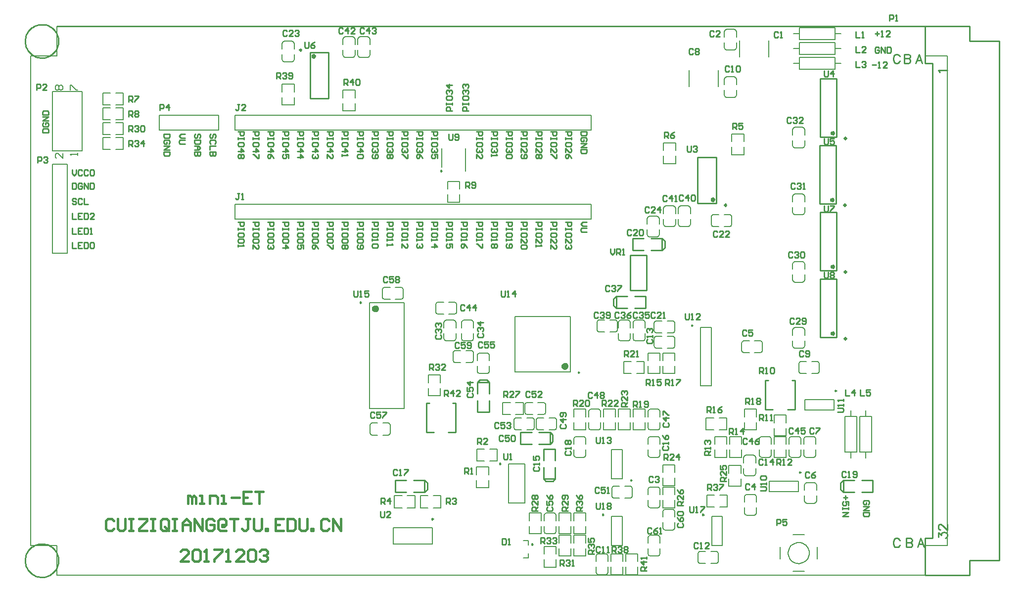
<source format=gto>
G04 Layer_Color=65535*
%FSLAX25Y25*%
%MOIN*%
G70*
G01*
G75*
%ADD37C,0.01500*%
%ADD63C,0.00787*%
%ADD64C,0.00984*%
%ADD65C,0.01181*%
%ADD66C,0.01575*%
%ADD67C,0.02362*%
%ADD68C,0.01000*%
%ADD69C,0.00800*%
D37*
X110832Y19500D02*
X105500D01*
X110832Y24832D01*
Y26164D01*
X109499Y27497D01*
X106833D01*
X105500Y26164D01*
X113497D02*
X114830Y27497D01*
X117496D01*
X118829Y26164D01*
Y20833D01*
X117496Y19500D01*
X114830D01*
X113497Y20833D01*
Y26164D01*
X121495Y19500D02*
X124161D01*
X122828D01*
Y27497D01*
X121495Y26164D01*
X128159Y27497D02*
X133491D01*
Y26164D01*
X128159Y20833D01*
Y19500D01*
X136157D02*
X138822D01*
X137490D01*
Y27497D01*
X136157Y26164D01*
X148153Y19500D02*
X142821D01*
X148153Y24832D01*
Y26164D01*
X146820Y27497D01*
X144154D01*
X142821Y26164D01*
X150819D02*
X152152Y27497D01*
X154817D01*
X156150Y26164D01*
Y20833D01*
X154817Y19500D01*
X152152D01*
X150819Y20833D01*
Y26164D01*
X158816D02*
X160149Y27497D01*
X162815D01*
X164148Y26164D01*
Y24832D01*
X162815Y23499D01*
X161482D01*
X162815D01*
X164148Y22166D01*
Y20833D01*
X162815Y19500D01*
X160149D01*
X158816Y20833D01*
X110500Y58500D02*
Y63832D01*
X111833D01*
X113166Y62499D01*
Y58500D01*
Y62499D01*
X114499Y63832D01*
X115832Y62499D01*
Y58500D01*
X118497D02*
X121163D01*
X119830D01*
Y63832D01*
X118497D01*
X125162Y58500D02*
Y63832D01*
X129161D01*
X130493Y62499D01*
Y58500D01*
X133159D02*
X135825D01*
X134492D01*
Y63832D01*
X133159D01*
X139824Y62499D02*
X145155D01*
X153153Y66497D02*
X147821D01*
Y58500D01*
X153153D01*
X147821Y62499D02*
X150487D01*
X155819Y66497D02*
X161150D01*
X158484D01*
Y58500D01*
X60329Y46665D02*
X58996Y47997D01*
X56330D01*
X54997Y46665D01*
Y41333D01*
X56330Y40000D01*
X58996D01*
X60329Y41333D01*
X62995Y47997D02*
Y41333D01*
X64328Y40000D01*
X66993D01*
X68326Y41333D01*
Y47997D01*
X70992D02*
X73658D01*
X72325D01*
Y40000D01*
X70992D01*
X73658D01*
X77657Y47997D02*
X82988D01*
Y46665D01*
X77657Y41333D01*
Y40000D01*
X82988D01*
X85654Y47997D02*
X88320D01*
X86987D01*
Y40000D01*
X85654D01*
X88320D01*
X97650Y41333D02*
Y46665D01*
X96317Y47997D01*
X93652D01*
X92319Y46665D01*
Y41333D01*
X93652Y40000D01*
X96317D01*
X94985Y42666D02*
X97650Y40000D01*
X96317D02*
X97650Y41333D01*
X100316Y47997D02*
X102982D01*
X101649D01*
Y40000D01*
X100316D01*
X102982D01*
X106981D02*
Y45332D01*
X109646Y47997D01*
X112312Y45332D01*
Y40000D01*
Y43999D01*
X106981D01*
X114978Y40000D02*
Y47997D01*
X120310Y40000D01*
Y47997D01*
X128307Y46665D02*
X126974Y47997D01*
X124308D01*
X122975Y46665D01*
Y41333D01*
X124308Y40000D01*
X126974D01*
X128307Y41333D01*
Y43999D01*
X125641D01*
X134971Y42666D02*
Y43999D01*
X133639D01*
Y42666D01*
X134971D01*
X136304Y43999D01*
Y46665D01*
X134971Y47997D01*
X132306D01*
X130973Y46665D01*
Y41333D01*
X132306Y40000D01*
X136304D01*
X138970Y47997D02*
X144302D01*
X141636D01*
Y40000D01*
X152299Y47997D02*
X149633D01*
X150966D01*
Y41333D01*
X149633Y40000D01*
X148301D01*
X146968Y41333D01*
X154965Y47997D02*
Y41333D01*
X156298Y40000D01*
X158964D01*
X160297Y41333D01*
Y47997D01*
X162962Y40000D02*
Y41333D01*
X164295D01*
Y40000D01*
X162962D01*
X174959Y47997D02*
X169627D01*
Y40000D01*
X174959D01*
X169627Y43999D02*
X172293D01*
X177624Y47997D02*
Y40000D01*
X181623D01*
X182956Y41333D01*
Y46665D01*
X181623Y47997D01*
X177624D01*
X185622D02*
Y41333D01*
X186955Y40000D01*
X189620D01*
X190953Y41333D01*
Y47997D01*
X193619Y40000D02*
Y41333D01*
X194952D01*
Y40000D01*
X193619D01*
X205615Y46665D02*
X204282Y47997D01*
X201617D01*
X200284Y46665D01*
Y41333D01*
X201617Y40000D01*
X204282D01*
X205615Y41333D01*
X208281Y40000D02*
Y47997D01*
X213613Y40000D01*
Y47997D01*
D63*
X471925Y365606D02*
X472386Y364493D01*
X473500Y364032D01*
X478500Y364032D02*
X479614Y364493D01*
X480075Y365606D01*
X480075Y376394D02*
X479614Y377507D01*
X478500Y377969D01*
X473500Y377969D02*
X472386Y377507D01*
X471925Y376394D01*
X525425Y91102D02*
X525886Y89989D01*
X527000Y89527D01*
X532000Y89527D02*
X533114Y89989D01*
X533575Y91102D01*
X533575Y101890D02*
X533114Y103003D01*
X532000Y103465D01*
X527000Y103465D02*
X525886Y103003D01*
X525425Y101890D01*
X523575Y101890D02*
X523114Y103003D01*
X522000Y103465D01*
X517000Y103465D02*
X515886Y103003D01*
X515425Y101890D01*
X515425Y91102D02*
X515886Y89989D01*
X517000Y89527D01*
X522000Y89527D02*
X523114Y89989D01*
X523575Y91102D01*
X503575Y101890D02*
X503114Y103003D01*
X502000Y103465D01*
X497000Y103465D02*
X495886Y103003D01*
X495425Y101890D01*
X495425Y91102D02*
X495886Y89989D01*
X497000Y89528D01*
X502000Y89528D02*
X503114Y89989D01*
X503575Y91102D01*
X493075Y89394D02*
X492614Y90507D01*
X491500Y90969D01*
X486500Y90969D02*
X485386Y90507D01*
X484925Y89394D01*
X484925Y78606D02*
X485386Y77493D01*
X486500Y77031D01*
X491500Y77031D02*
X492614Y77493D01*
X493075Y78606D01*
X466394Y17925D02*
X467507Y18386D01*
X467969Y19500D01*
X467969Y24500D02*
X467507Y25614D01*
X466394Y26075D01*
X455606Y26075D02*
X454493Y25613D01*
X454032Y24500D01*
X454032Y19500D02*
X454493Y18386D01*
X455606Y17925D01*
X430425Y42106D02*
X430886Y40993D01*
X432000Y40532D01*
X437000Y40532D02*
X438114Y40993D01*
X438575Y42106D01*
X438575Y52894D02*
X438114Y54007D01*
X437000Y54469D01*
X432000Y54469D02*
X430886Y54007D01*
X430425Y52894D01*
X420425Y24606D02*
X420886Y23493D01*
X422000Y23031D01*
X427000Y23031D02*
X428114Y23493D01*
X428575Y24606D01*
X428575Y35394D02*
X428114Y36507D01*
X427000Y36968D01*
X422000Y36968D02*
X420886Y36507D01*
X420425Y35394D01*
X393575Y22894D02*
X393114Y24007D01*
X392000Y24468D01*
X387000Y24468D02*
X385886Y24007D01*
X385425Y22894D01*
X385425Y12106D02*
X385887Y10993D01*
X387000Y10531D01*
X392000Y10531D02*
X393114Y10993D01*
X393575Y12106D01*
X289894Y185925D02*
X291007Y186386D01*
X291469Y187500D01*
X291469Y192500D02*
X291007Y193614D01*
X289894Y194075D01*
X279106Y194075D02*
X277993Y193614D01*
X277532Y192500D01*
X277532Y187500D02*
X277993Y186386D01*
X279106Y185925D01*
X291075Y180394D02*
X290614Y181507D01*
X289500Y181968D01*
X284500Y181968D02*
X283386Y181507D01*
X282925Y180394D01*
X282925Y169606D02*
X283386Y168493D01*
X284500Y168032D01*
X289500Y168032D02*
X290614Y168493D01*
X291075Y169606D01*
X302965Y180394D02*
X302503Y181507D01*
X301390Y181968D01*
X296390Y181968D02*
X295276Y181507D01*
X294815Y180394D01*
X294815Y169606D02*
X295276Y168493D01*
X296390Y168032D01*
X301390Y168032D02*
X302503Y168493D01*
X302965Y169606D01*
X301390Y153425D02*
X302503Y153886D01*
X302965Y155000D01*
X302965Y160000D02*
X302503Y161114D01*
X301390Y161575D01*
X290602Y161575D02*
X289489Y161114D01*
X289028Y160000D01*
X289028Y155000D02*
X289489Y153886D01*
X290602Y153425D01*
X346606Y116181D02*
X345493Y115720D01*
X345031Y114606D01*
X345031Y109606D02*
X345493Y108493D01*
X346606Y108031D01*
X357394Y108031D02*
X358507Y108493D01*
X358968Y109606D01*
X358968Y114606D02*
X358507Y115720D01*
X357394Y116181D01*
X342394Y108031D02*
X343507Y108493D01*
X343969Y109606D01*
X343969Y114606D02*
X343507Y115720D01*
X342394Y116181D01*
X331606Y116181D02*
X330493Y115720D01*
X330031Y114606D01*
X330031Y109606D02*
X330493Y108493D01*
X331606Y108031D01*
X388575Y120394D02*
X388114Y121507D01*
X387000Y121968D01*
X382000Y121968D02*
X380886Y121507D01*
X380425Y120394D01*
X380425Y109606D02*
X380887Y108493D01*
X382000Y108031D01*
X387000Y108031D02*
X388114Y108493D01*
X388575Y109606D01*
X428575Y120394D02*
X428114Y121507D01*
X427000Y121968D01*
X422000Y121968D02*
X420886Y121507D01*
X420425Y120394D01*
X420425Y109606D02*
X420886Y108493D01*
X422000Y108031D01*
X427000Y108031D02*
X428114Y108493D01*
X428575Y109606D01*
Y101890D02*
X428114Y103003D01*
X427000Y103465D01*
X422000Y103465D02*
X420886Y103003D01*
X420425Y101890D01*
X420425Y91102D02*
X420886Y89989D01*
X422000Y89528D01*
X427000Y89528D02*
X428114Y89989D01*
X428575Y91102D01*
X370425D02*
X370886Y89989D01*
X372000Y89528D01*
X377000Y89528D02*
X378114Y89989D01*
X378575Y91102D01*
X378575Y101890D02*
X378114Y103003D01*
X377000Y103465D01*
X372000Y103465D02*
X370886Y103003D01*
X370425Y101890D01*
X418575Y180394D02*
X418114Y181507D01*
X417000Y181968D01*
X412000Y181968D02*
X410886Y181507D01*
X410425Y180394D01*
X410425Y169606D02*
X410886Y168493D01*
X412000Y168032D01*
X417000Y168032D02*
X418114Y168493D01*
X418575Y169606D01*
X408575Y180394D02*
X408114Y181507D01*
X407000Y181968D01*
X402000Y181968D02*
X400886Y181507D01*
X400425Y180394D01*
X400425Y169606D02*
X400886Y168493D01*
X402000Y168032D01*
X407000Y168032D02*
X408114Y168493D01*
X408575Y169606D01*
X398394Y173925D02*
X399507Y174386D01*
X399969Y175500D01*
X399969Y180500D02*
X399507Y181614D01*
X398394Y182075D01*
X387606Y182075D02*
X386493Y181614D01*
X386032Y180500D01*
X386032Y175500D02*
X386493Y174386D01*
X387606Y173925D01*
X437000Y163031D02*
X438114Y163493D01*
X438575Y164606D01*
X438575Y169606D02*
X438114Y170720D01*
X437000Y171181D01*
X426213Y171181D02*
X425099Y170720D01*
X424638Y169606D01*
X424638Y164606D02*
X425099Y163493D01*
X426213Y163031D01*
Y181575D02*
X425099Y181114D01*
X424638Y180000D01*
X424638Y175000D02*
X425099Y173886D01*
X426213Y173425D01*
X437000Y173425D02*
X438114Y173886D01*
X438575Y175000D01*
X438575Y180000D02*
X438114Y181114D01*
X437000Y181575D01*
X517925Y164606D02*
X518386Y163493D01*
X519500Y163031D01*
X524500Y163031D02*
X525614Y163493D01*
X526075Y164606D01*
X526075Y175394D02*
X525614Y176507D01*
X524500Y176969D01*
X519500Y176969D02*
X518386Y176507D01*
X517925Y175394D01*
X430925Y246606D02*
X431386Y245493D01*
X432500Y245031D01*
X437500Y245031D02*
X438614Y245493D01*
X439075Y246606D01*
X439075Y257394D02*
X438614Y258507D01*
X437500Y258968D01*
X432500Y258968D02*
X431386Y258507D01*
X430925Y257394D01*
X428075Y250394D02*
X427614Y251507D01*
X426500Y251969D01*
X421500Y251969D02*
X420386Y251507D01*
X419925Y250394D01*
X419925Y239606D02*
X420386Y238493D01*
X421500Y238032D01*
X426500Y238032D02*
X427614Y238493D01*
X428075Y239606D01*
X464606Y253181D02*
X463493Y252720D01*
X463031Y251606D01*
X463031Y246606D02*
X463493Y245493D01*
X464606Y245031D01*
X475394Y245031D02*
X476507Y245493D01*
X476968Y246606D01*
X476968Y251606D02*
X476507Y252720D01*
X475394Y253181D01*
X233075Y371394D02*
X232614Y372507D01*
X231500Y372969D01*
X226500Y372969D02*
X225386Y372507D01*
X224925Y371394D01*
X224925Y360606D02*
X225387Y359493D01*
X226500Y359032D01*
X231500Y359032D02*
X232614Y359493D01*
X233075Y360606D01*
X223075Y371394D02*
X222614Y372507D01*
X221500Y372969D01*
X216500Y372969D02*
X215386Y372507D01*
X214925Y371394D01*
X214925Y360606D02*
X215387Y359493D01*
X216500Y359032D01*
X221500Y359032D02*
X222614Y359493D01*
X223075Y360606D01*
X529087Y25000D02*
X529018Y25986D01*
X528812Y26953D01*
X528474Y27882D01*
X528010Y28755D01*
X527429Y29555D01*
X526742Y30266D01*
X525963Y30875D01*
X525107Y31369D01*
X524190Y31740D01*
X523231Y31979D01*
X522247Y32082D01*
X521259Y32048D01*
X520286Y31876D01*
X519345Y31571D01*
X518457Y31137D01*
X517637Y30584D01*
X516902Y29923D01*
X516267Y29165D01*
X515743Y28327D01*
X515341Y27424D01*
X515068Y26473D01*
X514931Y25494D01*
Y24506D01*
X515068Y23527D01*
X515341Y22576D01*
X515743Y21673D01*
X516267Y20835D01*
X516902Y20077D01*
X517637Y19416D01*
X518457Y18863D01*
X519345Y18429D01*
X520286Y18124D01*
X521259Y17952D01*
X522247Y17918D01*
X523231Y18021D01*
X524190Y18260D01*
X525107Y18631D01*
X525963Y19125D01*
X526742Y19734D01*
X527429Y20445D01*
X528010Y21245D01*
X528474Y22118D01*
X528812Y23047D01*
X529018Y24014D01*
X529087Y25000D01*
X428575Y67894D02*
X428114Y69007D01*
X427000Y69468D01*
X422000Y69468D02*
X420886Y69007D01*
X420425Y67894D01*
X420425Y57106D02*
X420886Y55993D01*
X422000Y55532D01*
X427000Y55532D02*
X428114Y55993D01*
X428575Y57106D01*
X493575Y62894D02*
X493114Y64007D01*
X492000Y64468D01*
X487000Y64468D02*
X485886Y64007D01*
X485425Y62894D01*
X485425Y52106D02*
X485886Y50993D01*
X487000Y50532D01*
X492000Y50532D02*
X493114Y50993D01*
X493575Y52106D01*
X495898Y159925D02*
X497011Y160386D01*
X497472Y161500D01*
X497472Y166500D02*
X497011Y167614D01*
X495898Y168075D01*
X485110Y168075D02*
X483997Y167614D01*
X483535Y166500D01*
X483535Y161500D02*
X483997Y160386D01*
X485110Y159925D01*
X525925Y60102D02*
X526386Y58989D01*
X527500Y58527D01*
X532500Y58527D02*
X533614Y58989D01*
X534075Y60102D01*
X534075Y70890D02*
X533614Y72003D01*
X532500Y72465D01*
X527500Y72465D02*
X526386Y72003D01*
X525925Y70890D01*
X523610Y154075D02*
X522497Y153614D01*
X522035Y152500D01*
X522035Y147500D02*
X522497Y146386D01*
X523610Y145925D01*
X534398Y145925D02*
X535511Y146386D01*
X535972Y147500D01*
X535972Y152500D02*
X535511Y153614D01*
X534398Y154075D01*
X471925Y333606D02*
X472386Y332493D01*
X473500Y332031D01*
X478500Y332031D02*
X479614Y332493D01*
X480075Y333606D01*
X480075Y344394D02*
X479614Y345507D01*
X478500Y345969D01*
X473500Y345969D02*
X472386Y345507D01*
X471925Y344394D01*
X173925Y357606D02*
X174386Y356493D01*
X175500Y356031D01*
X180500Y356031D02*
X181614Y356493D01*
X182075Y357606D01*
X182075Y368394D02*
X181614Y369507D01*
X180500Y369969D01*
X175500Y369969D02*
X174386Y369507D01*
X173925Y368394D01*
X440925Y246606D02*
X441386Y245493D01*
X442500Y245031D01*
X447500Y245031D02*
X448614Y245493D01*
X449075Y246606D01*
X449075Y257394D02*
X448614Y258507D01*
X447500Y258968D01*
X442500Y258968D02*
X441386Y258507D01*
X440925Y257394D01*
X339106Y126575D02*
X337993Y126114D01*
X337531Y125000D01*
X337531Y120000D02*
X337993Y118886D01*
X339106Y118425D01*
X349894Y118425D02*
X351007Y118886D01*
X351468Y120000D01*
X351468Y125000D02*
X351007Y126114D01*
X349894Y126575D01*
X313575Y158287D02*
X313114Y159401D01*
X312000Y159862D01*
X307000Y159862D02*
X305886Y159401D01*
X305425Y158287D01*
X305425Y147500D02*
X305887Y146386D01*
X307000Y145925D01*
X312000Y145925D02*
X313114Y146386D01*
X313575Y147500D01*
X245394Y104509D02*
X246507Y104970D01*
X246969Y106084D01*
X246969Y111083D02*
X246507Y112197D01*
X245394Y112658D01*
X234606Y112658D02*
X233493Y112197D01*
X233032Y111083D01*
X233032Y106084D02*
X233493Y104970D01*
X234606Y104509D01*
X243102Y204075D02*
X241989Y203614D01*
X241528Y202500D01*
X241528Y197500D02*
X241989Y196386D01*
X243102Y195925D01*
X253890Y195925D02*
X255003Y196386D01*
X255465Y197500D01*
X255465Y202500D02*
X255003Y203614D01*
X253890Y204075D01*
X350425Y39606D02*
X350886Y38493D01*
X352000Y38032D01*
X357000Y38032D02*
X358114Y38493D01*
X358575Y39606D01*
X358575Y50394D02*
X358114Y51507D01*
X357000Y51968D01*
X352000Y51968D02*
X350886Y51507D01*
X350425Y50394D01*
X517925Y299606D02*
X518386Y298493D01*
X519500Y298031D01*
X524500Y298031D02*
X525614Y298493D01*
X526075Y299606D01*
X526075Y310394D02*
X525614Y311507D01*
X524500Y311968D01*
X519500Y311968D02*
X518386Y311507D01*
X517925Y310394D01*
Y254606D02*
X518386Y253493D01*
X519500Y253031D01*
X524500Y253031D02*
X525614Y253493D01*
X526075Y254606D01*
X526075Y265394D02*
X525614Y266507D01*
X524500Y266968D01*
X519500Y266968D02*
X518386Y266507D01*
X517925Y265394D01*
Y209110D02*
X518386Y207997D01*
X519500Y207535D01*
X524500Y207535D02*
X525614Y207997D01*
X526075Y209110D01*
X526075Y219898D02*
X525614Y221011D01*
X524500Y221472D01*
X519500Y221472D02*
X518386Y221011D01*
X517925Y219898D01*
X408394Y61925D02*
X409507Y62386D01*
X409969Y63500D01*
X409969Y68500D02*
X409507Y69614D01*
X408394Y70075D01*
X397606Y70075D02*
X396493Y69613D01*
X396031Y68500D01*
X396031Y63500D02*
X396493Y62386D01*
X397606Y61925D01*
X501842Y359488D02*
Y370512D01*
X482158Y359488D02*
Y370512D01*
X473500Y364032D02*
X478500D01*
X480075Y365606D02*
Y369228D01*
X473500Y377969D02*
X478500D01*
X480075Y372772D02*
Y376394D01*
X471925Y372772D02*
Y376394D01*
Y365606D02*
Y369228D01*
X19000Y336000D02*
X39000D01*
X19000Y296000D02*
X39000D01*
X19000D02*
Y336000D01*
X39000Y296000D02*
Y336000D01*
X19000Y287000D02*
X29000D01*
X19000Y227000D02*
X29000D01*
X19000D02*
Y287000D01*
X29000Y227000D02*
Y287000D01*
X526158Y121457D02*
Y128543D01*
X545843Y121457D02*
Y128543D01*
X526158Y121457D02*
X545843D01*
X526158Y128543D02*
X545843D01*
X527000Y89527D02*
X532000D01*
X533575Y91102D02*
Y94724D01*
X527000Y103465D02*
X532000D01*
X533575Y98268D02*
Y101890D01*
X525425Y98268D02*
Y101890D01*
Y91102D02*
Y94724D01*
X513575Y112772D02*
Y117968D01*
Y104032D02*
Y109228D01*
X505425Y104032D02*
Y109228D01*
Y112772D02*
Y117968D01*
X513575D01*
X505425Y104032D02*
X513575D01*
X517000Y103465D02*
X522000D01*
X515425Y101890D02*
X515425Y98268D01*
X517000Y89527D02*
X522000D01*
X515425Y91102D02*
X515425Y94724D01*
X523575Y91102D02*
Y94724D01*
Y98268D02*
Y101890D01*
X502157Y66457D02*
Y73543D01*
X521842Y66457D02*
Y73543D01*
X502157Y66457D02*
X521842D01*
X502157Y73543D02*
X521842D01*
X513575Y98268D02*
Y103465D01*
Y89528D02*
Y94724D01*
X505425Y89528D02*
Y94724D01*
Y98268D02*
Y103465D01*
X513575D01*
X505425Y89528D02*
X513575D01*
X497000Y103465D02*
X502000D01*
X495425Y98268D02*
Y101890D01*
X497000Y89528D02*
X502000D01*
X495425Y91102D02*
Y94724D01*
X503575Y91102D02*
Y94724D01*
Y98268D02*
Y101890D01*
X483575Y98268D02*
Y103465D01*
Y89528D02*
Y94725D01*
X475425Y89528D02*
Y94725D01*
Y98268D02*
Y103465D01*
X483575D01*
X475425Y89528D02*
X483575D01*
X473575Y98268D02*
Y103465D01*
Y89528D02*
Y94725D01*
X465425Y89528D02*
Y94725D01*
Y98268D02*
Y103465D01*
X473575D01*
X465425Y89528D02*
X473575D01*
X486500Y90969D02*
X491500D01*
X484925Y85772D02*
Y89394D01*
X486500Y77031D02*
X491500D01*
X484925Y78606D02*
Y82228D01*
X493075Y78606D02*
Y82228D01*
Y85772D02*
Y89394D01*
X483075Y78772D02*
Y83969D01*
Y70031D02*
Y75228D01*
X474925Y70031D02*
Y75228D01*
Y78772D02*
Y83969D01*
X483075D01*
X474925Y70031D02*
X483075D01*
X467969Y19500D02*
Y24500D01*
X462772Y26075D02*
X466394D01*
X454032Y19500D02*
Y24500D01*
X455606Y26075D02*
X459228D01*
X455606Y17925D02*
X459228D01*
X462772D02*
X466394D01*
X463457Y30158D02*
X470543D01*
X463457Y49843D02*
X470543D01*
Y30158D02*
Y49843D01*
X463457Y30158D02*
Y49843D01*
X430425Y69468D02*
X438575D01*
X430425Y55532D02*
X438575D01*
Y60728D01*
Y64272D02*
Y69468D01*
X430425Y64272D02*
Y69468D01*
Y55532D02*
Y60728D01*
X432000Y40532D02*
X437000D01*
X438575Y42106D02*
Y45728D01*
X432000Y54469D02*
X437000D01*
X438575Y49272D02*
Y52894D01*
X430425Y49272D02*
Y52894D01*
Y42106D02*
Y45728D01*
X422000Y23031D02*
X427000D01*
X428575Y24606D02*
Y28228D01*
X422000Y36968D02*
X427000D01*
X428575Y31772D02*
Y35394D01*
X420425Y31772D02*
Y35394D01*
Y24606D02*
Y28228D01*
X387000Y24468D02*
X392000D01*
X385425Y19272D02*
Y22894D01*
X387000Y10531D02*
X392000D01*
X385425Y12106D02*
Y15728D01*
X393575Y12106D02*
Y15728D01*
Y19272D02*
Y22894D01*
X403575Y19272D02*
Y24468D01*
Y10531D02*
Y15728D01*
X395425Y10531D02*
Y15728D01*
Y19272D02*
Y24468D01*
X403575D01*
X395425Y10531D02*
X403575D01*
X405425Y24468D02*
X413575D01*
X405425Y10531D02*
X413575D01*
Y15728D01*
Y19272D02*
Y24468D01*
X405425Y19272D02*
Y24468D01*
Y10531D02*
Y15728D01*
X378575Y31772D02*
Y36968D01*
Y23031D02*
Y28228D01*
X370425Y23031D02*
Y28228D01*
Y31772D02*
Y36968D01*
X378575D01*
X370425Y23031D02*
X378575D01*
X360425D02*
Y28228D01*
Y31772D02*
Y36968D01*
X368575Y31772D02*
Y36968D01*
Y23031D02*
Y28228D01*
X360425Y23031D02*
X368575D01*
X360425Y36968D02*
X368575D01*
X339756Y21595D02*
Y24744D01*
X336606Y21595D02*
X339756D01*
Y30256D02*
Y33406D01*
X336606D02*
X339756D01*
X350425Y15531D02*
Y20728D01*
Y24272D02*
Y29469D01*
X358575Y24272D02*
Y29469D01*
Y15531D02*
Y20728D01*
X350425Y15531D02*
X358575D01*
X350425Y29469D02*
X358575D01*
X267032Y63681D02*
X272228D01*
X275772D02*
X280968D01*
X275772Y55532D02*
X280968D01*
X267032D02*
X272228D01*
X267032D02*
Y63681D01*
X280968Y55532D02*
Y63681D01*
X249528D02*
X254724D01*
X258268D02*
X263465D01*
X258268Y55532D02*
X263465D01*
X249528D02*
X254724D01*
X249528D02*
Y63681D01*
X263465Y55532D02*
Y63681D01*
X248811Y42094D02*
X275189D01*
X248811Y31071D02*
X275189D01*
Y42094D01*
X248811Y31071D02*
Y42094D01*
X291469Y187500D02*
Y192500D01*
X286272Y194075D02*
X289894D01*
X277532Y187500D02*
Y192500D01*
X279106Y194075D02*
X282728D01*
X279106Y185925D02*
X282728D01*
X286272D02*
X289894D01*
X284500Y181968D02*
X289500D01*
X282925Y176772D02*
Y180394D01*
X284500Y168032D02*
X289500D01*
X282925Y169606D02*
Y173228D01*
X291075Y169606D02*
Y173228D01*
Y176772D02*
Y180394D01*
X296390Y181968D02*
X301390D01*
X294815Y176772D02*
Y180394D01*
X296390Y168032D02*
X301390D01*
X294815Y169606D02*
Y173228D01*
X302965Y169606D02*
Y173228D01*
Y176772D02*
Y180394D01*
X302965Y155000D02*
Y160000D01*
X297768Y161575D02*
X301390D01*
X289028Y155000D02*
Y160000D01*
X290602Y161575D02*
X294224D01*
X290602Y153425D02*
X294224D01*
X297768D02*
X301390D01*
X345031Y109606D02*
Y114606D01*
X346606Y108031D02*
X350228D01*
X358968Y109606D02*
Y114606D01*
X353772Y108031D02*
X357394D01*
X353772Y116181D02*
X357394D01*
X346606D02*
X350228D01*
X343969Y109606D02*
Y114606D01*
X338772Y116181D02*
X342394D01*
X330031Y109606D02*
Y114606D01*
X331606Y116181D02*
X335228D01*
X331606Y108031D02*
X335228D01*
X338772D02*
X342394D01*
X370425D02*
X378575D01*
X370425Y121968D02*
X378575D01*
X370425Y116772D02*
Y121968D01*
Y108031D02*
Y113228D01*
X378575Y108031D02*
Y113228D01*
Y116772D02*
Y121968D01*
X382000Y121968D02*
X387000D01*
X380425Y116772D02*
Y120394D01*
X382000Y108031D02*
X387000D01*
X380425Y109606D02*
Y113228D01*
X388575Y109606D02*
Y113228D01*
Y116772D02*
Y120394D01*
X390425Y108031D02*
Y113228D01*
Y116772D02*
Y121968D01*
X398575Y116772D02*
Y121968D01*
Y108031D02*
Y113228D01*
X390425Y108031D02*
X398575D01*
X390425Y121968D02*
X398575D01*
X400425Y108031D02*
Y113228D01*
Y116772D02*
Y121968D01*
X408575Y116772D02*
Y121968D01*
Y108031D02*
Y113228D01*
X400425Y108031D02*
X408575D01*
X400425Y121968D02*
X408575D01*
X410425Y108031D02*
X418575D01*
X410425Y121968D02*
X418575D01*
X410425Y116772D02*
Y121968D01*
Y108031D02*
Y113228D01*
X418575Y108031D02*
Y113228D01*
Y116772D02*
Y121968D01*
X422000Y121968D02*
X427000D01*
X420425Y116772D02*
Y120394D01*
X422000Y108031D02*
X427000D01*
X420425Y109606D02*
Y113228D01*
X428575Y109606D02*
Y113228D01*
Y116772D02*
Y120394D01*
X422000Y103465D02*
X427000D01*
X420425Y98268D02*
Y101890D01*
X422000Y89528D02*
X427000D01*
X420425Y91102D02*
Y94724D01*
X428575Y91102D02*
Y94724D01*
Y98268D02*
Y101890D01*
X372000Y89528D02*
X377000D01*
X378575Y91102D02*
Y94724D01*
X372000Y103465D02*
X377000D01*
X378575Y98268D02*
Y101890D01*
X370425Y98268D02*
Y101890D01*
Y91102D02*
Y94724D01*
X412000Y181968D02*
X417000D01*
X410425Y176772D02*
Y180394D01*
X412000Y168032D02*
X417000D01*
X410425Y169606D02*
Y173228D01*
X418575Y169606D02*
Y173228D01*
Y176772D02*
Y180394D01*
X402000Y181968D02*
X407000D01*
X400425Y176772D02*
Y180394D01*
X402000Y168032D02*
X407000D01*
X400425Y169606D02*
Y173228D01*
X408575Y169606D02*
Y173228D01*
Y176772D02*
Y180394D01*
X399969Y175500D02*
Y180500D01*
X394772Y182075D02*
X398394D01*
X386032Y175500D02*
Y180500D01*
X387606Y182075D02*
X391228D01*
X387606Y173925D02*
X391228D01*
X394772D02*
X398394D01*
X438575Y164606D02*
Y169606D01*
X433378Y171181D02*
X437000D01*
X424638Y164606D02*
Y169606D01*
X426213Y171181D02*
X429835D01*
X426213Y163031D02*
X429835D01*
X433378D02*
X437000D01*
X424638Y175000D02*
Y180000D01*
X426213Y173425D02*
X429835D01*
X438575Y175000D02*
Y180000D01*
X433378Y173425D02*
X437000D01*
X433378Y181575D02*
X437000D01*
X426213D02*
X429835D01*
X430425Y159862D02*
X438575D01*
X430425Y145925D02*
X438575D01*
Y151122D01*
Y154665D02*
Y159862D01*
X430425Y154665D02*
Y159862D01*
Y145925D02*
Y151122D01*
X428575Y154665D02*
Y159862D01*
Y145925D02*
Y151122D01*
X420425Y145925D02*
Y151122D01*
Y154665D02*
Y159862D01*
X428575D01*
X420425Y145925D02*
X428575D01*
X519500Y163031D02*
X524500D01*
X526075Y164606D02*
Y168228D01*
X519500Y176969D02*
X524500D01*
X526075Y171772D02*
Y175394D01*
X517925Y171772D02*
Y175394D01*
Y164606D02*
Y168228D01*
X432500Y245031D02*
X437500D01*
X439075Y246606D02*
Y250228D01*
X432500Y258968D02*
X437500D01*
X439075Y253772D02*
Y257394D01*
X430925Y253772D02*
Y257394D01*
Y246606D02*
Y250228D01*
X421500Y251969D02*
X426500D01*
X419925Y246772D02*
Y250394D01*
X421500Y238032D02*
X426500D01*
X419925Y239606D02*
Y243228D01*
X428075Y239606D02*
Y243228D01*
Y246772D02*
Y250394D01*
X463031Y246606D02*
Y251606D01*
X464606Y245031D02*
X468228D01*
X476968Y246606D02*
Y251606D01*
X471772Y245031D02*
X475394D01*
X471772Y253181D02*
X475394D01*
X464606D02*
X468228D01*
X546500Y351000D02*
Y359000D01*
X522500Y351000D02*
X546500D01*
X522500D02*
Y359000D01*
X546500D01*
Y355000D02*
X550500D01*
X518500D02*
X522500D01*
X546500Y361000D02*
Y369000D01*
X522500Y361000D02*
X546500D01*
X522500D02*
Y369000D01*
X546500D01*
Y365000D02*
X550500D01*
X518500D02*
X522500D01*
X546500Y371000D02*
Y379000D01*
X522500Y371000D02*
X546500D01*
X522500D02*
Y379000D01*
X546500D01*
Y375000D02*
X550500D01*
X518500D02*
X522500D01*
X226500Y372969D02*
X231500D01*
X224925Y367772D02*
Y371394D01*
X226500Y359032D02*
X231500D01*
X224925Y360606D02*
Y364228D01*
X233075Y360606D02*
Y364228D01*
Y367772D02*
Y371394D01*
X216500Y372969D02*
X221500D01*
X214925Y367772D02*
Y371394D01*
X216500Y359032D02*
X221500D01*
X214925Y360606D02*
Y364228D01*
X223075Y360606D02*
Y364228D01*
Y367772D02*
Y371394D01*
X53031Y305075D02*
X58228D01*
X61772D02*
X66969D01*
X61772Y296925D02*
X66969D01*
X53031D02*
X58228D01*
X53031D02*
Y305075D01*
X66969Y296925D02*
Y305075D01*
X61772Y306925D02*
X66969D01*
X53031D02*
X58228D01*
X53031Y315075D02*
X58228D01*
X61772D02*
X66969D01*
Y306925D02*
Y315075D01*
X53031Y306925D02*
Y315075D01*
Y335075D02*
X58228D01*
X61772D02*
X66969D01*
X61772Y326925D02*
X66969D01*
X53031D02*
X58228D01*
X53031D02*
Y335075D01*
X66969Y326925D02*
Y335075D01*
X53031Y325075D02*
X58228D01*
X61772D02*
X66969D01*
X61772Y316925D02*
X66969D01*
X53031D02*
X58228D01*
X53031D02*
Y325075D01*
X66969Y316925D02*
Y325075D01*
X214925Y323031D02*
X223075D01*
X214925Y336968D02*
X223075D01*
X214925Y331772D02*
Y336968D01*
Y323031D02*
Y328228D01*
X223075Y323031D02*
Y328228D01*
Y331772D02*
Y336968D01*
X509598Y21063D02*
Y28937D01*
X518063Y12598D02*
X525937D01*
X534402Y21063D02*
Y28937D01*
X518063Y37402D02*
X525937D01*
X395957Y30158D02*
X403043D01*
X395957Y49843D02*
X403043D01*
Y30158D02*
Y49843D01*
X395957Y30158D02*
Y49843D01*
X232689Y122441D02*
Y193701D01*
X256311Y122441D02*
Y193701D01*
X232689D02*
X256311D01*
X232689Y122441D02*
X256311D01*
X330799Y184468D02*
X368201D01*
X330799Y147067D02*
X368201D01*
X330799D02*
Y184468D01*
X368201Y147067D02*
Y184468D01*
X455957Y137815D02*
Y177185D01*
X463043Y137815D02*
Y177185D01*
X455957D02*
X463043D01*
X455957Y137815D02*
X463043D01*
X149500Y260000D02*
X382000D01*
X142000D02*
X149500D01*
X142000Y250000D02*
Y260000D01*
Y250000D02*
X382000D01*
Y260000D01*
X142000Y310000D02*
X374500D01*
X382000D01*
Y320000D01*
X142000D02*
X382000D01*
X142000Y310000D02*
Y320000D01*
X422000Y69468D02*
X427000D01*
X420425Y64272D02*
Y67894D01*
X422000Y55532D02*
X427000D01*
X420425Y57106D02*
Y60728D01*
X428575Y57106D02*
Y60728D01*
Y64272D02*
Y67894D01*
X487000Y64468D02*
X492000D01*
X485425Y59272D02*
Y62894D01*
X487000Y50532D02*
X492000D01*
X485425Y52106D02*
Y55728D01*
X493575Y52106D02*
Y55728D01*
Y59272D02*
Y62894D01*
X497472Y161500D02*
Y166500D01*
X492276Y168075D02*
X495898D01*
X483535Y161500D02*
Y166500D01*
X485110Y168075D02*
X488732D01*
X485110Y159925D02*
X488732D01*
X492276D02*
X495898D01*
X527500Y58527D02*
X532500D01*
X534075Y60102D02*
Y63724D01*
X527500Y72465D02*
X532500D01*
X534075Y67268D02*
Y70890D01*
X525925Y67268D02*
Y70890D01*
Y60102D02*
Y63724D01*
X467842Y339488D02*
Y350512D01*
X448158Y339488D02*
Y350512D01*
X522035Y147500D02*
Y152500D01*
X523610Y145925D02*
X527232D01*
X535972Y147500D02*
Y152500D01*
X530776Y145925D02*
X534398D01*
X530776Y154075D02*
X534398D01*
X523610D02*
X527232D01*
X473500Y332031D02*
X478500D01*
X480075Y333606D02*
Y337228D01*
X473500Y345969D02*
X478500D01*
X480075Y340772D02*
Y344394D01*
X471925Y340772D02*
Y344394D01*
Y333606D02*
Y337228D01*
X175500Y356031D02*
X180500D01*
X182075Y357606D02*
Y361228D01*
X175500Y369969D02*
X180500D01*
X182075Y364772D02*
Y368394D01*
X173925Y364772D02*
Y368394D01*
Y357606D02*
Y361228D01*
X442500Y245031D02*
X447500D01*
X449075Y246606D02*
Y250228D01*
X442500Y258968D02*
X447500D01*
X449075Y253772D02*
Y257394D01*
X440925Y253772D02*
Y257394D01*
Y246606D02*
Y250228D01*
X337531Y120000D02*
Y125000D01*
X339106Y118425D02*
X342728D01*
X351468Y120000D02*
Y125000D01*
X346272Y118425D02*
X349894D01*
X346272Y126575D02*
X349894D01*
X339106D02*
X342728D01*
X307000Y159862D02*
X312000D01*
X305425Y154665D02*
Y158287D01*
X307000Y145925D02*
X312000D01*
X305425Y147500D02*
Y151122D01*
X313575Y147500D02*
Y151122D01*
Y154665D02*
Y158287D01*
X246969Y106084D02*
Y111083D01*
X241772Y112658D02*
X245394D01*
X233032Y106084D02*
Y111083D01*
X234606Y112658D02*
X238228D01*
X234606Y104509D02*
X238228D01*
X241772D02*
X245394D01*
X241528Y197500D02*
Y202500D01*
X243102Y195925D02*
X246724D01*
X255465Y197500D02*
Y202500D01*
X250268Y195925D02*
X253890D01*
X250268Y204075D02*
X253890D01*
X243102D02*
X246724D01*
X553000Y93000D02*
X561000D01*
X553000D02*
Y117000D01*
X561000D01*
Y93000D02*
Y117000D01*
X557000Y89000D02*
Y93000D01*
Y117000D02*
Y121000D01*
X563000Y93000D02*
X571000D01*
X563000D02*
Y117000D01*
X571000D01*
Y93000D02*
Y117000D01*
X567000Y89000D02*
Y93000D01*
Y117000D02*
Y121000D01*
X131000Y310000D02*
Y320000D01*
X91000Y310000D02*
X131000D01*
X91000Y320000D02*
X131000D01*
X91000Y310000D02*
Y320000D01*
X313772Y86925D02*
X318969D01*
X305031D02*
X310228D01*
X305031Y95075D02*
X310228D01*
X313772D02*
X318969D01*
Y86925D02*
Y95075D01*
X305031Y86925D02*
Y95075D01*
X485075Y302276D02*
Y307472D01*
Y293535D02*
Y298732D01*
X476925Y293535D02*
Y298732D01*
Y302276D02*
Y307472D01*
X485075D01*
X476925Y293535D02*
X485075D01*
X430925Y287535D02*
Y292732D01*
Y296276D02*
Y301472D01*
X439075Y296276D02*
Y301472D01*
Y287535D02*
Y292732D01*
X430925Y287535D02*
X439075D01*
X430925Y301472D02*
X439075D01*
X459638Y116181D02*
X464835D01*
X468378D02*
X473575D01*
X468378Y108031D02*
X473575D01*
X459638D02*
X464835D01*
X459638D02*
Y116181D01*
X473575Y108031D02*
Y116181D01*
X485425Y108031D02*
Y113228D01*
Y116772D02*
Y121968D01*
X493575Y116772D02*
Y121968D01*
Y108031D02*
Y113228D01*
X485425Y108031D02*
X493575D01*
X485425Y121968D02*
X493575D01*
X404028Y145925D02*
Y154075D01*
X417965Y145925D02*
Y154075D01*
X412768D02*
X417965D01*
X404028D02*
X409224D01*
X404028Y145925D02*
X409224D01*
X412768D02*
X417965D01*
X430425Y84469D02*
X438575D01*
X430425Y70531D02*
X438575D01*
Y75728D01*
Y79272D02*
Y84469D01*
X430425Y79272D02*
Y84469D01*
Y70531D02*
Y75728D01*
X331272Y118425D02*
X336469D01*
X322532D02*
X327728D01*
X322532Y126575D02*
X327728D01*
X331272D02*
X336469D01*
Y118425D02*
Y126575D01*
X322532Y118425D02*
Y126575D01*
X272425Y131032D02*
Y136228D01*
Y139772D02*
Y144968D01*
X280575Y139772D02*
Y144968D01*
Y131032D02*
Y136228D01*
X272425Y131032D02*
X280575D01*
X272425Y144968D02*
X280575D01*
X460032Y64075D02*
X465228D01*
X468772D02*
X473969D01*
X468772Y55925D02*
X473969D01*
X460032D02*
X465228D01*
X460032D02*
Y64075D01*
X473969Y55925D02*
Y64075D01*
X403043Y75157D02*
Y94842D01*
X395957Y75157D02*
Y94842D01*
Y75157D02*
X403043D01*
X395957Y94842D02*
X403043D01*
X297374Y282323D02*
Y297677D01*
X281626Y285157D02*
Y297677D01*
X285425Y261531D02*
Y266728D01*
Y270272D02*
Y275468D01*
X293575Y270272D02*
Y275468D01*
Y261531D02*
Y266728D01*
X285425Y261531D02*
X293575D01*
X285425Y275468D02*
X293575D01*
X348575Y46772D02*
Y51968D01*
Y38032D02*
Y43228D01*
X340425Y38032D02*
Y43228D01*
Y46772D02*
Y51968D01*
X348575D01*
X340425Y38032D02*
X348575D01*
X352000Y38032D02*
X357000D01*
X358575Y39606D02*
Y43228D01*
X352000Y51968D02*
X357000D01*
X358575Y46772D02*
Y50394D01*
X350425Y46772D02*
Y50394D01*
Y39606D02*
Y43228D01*
X368575Y46772D02*
Y51968D01*
Y38032D02*
Y43228D01*
X360425Y38032D02*
Y43228D01*
Y46772D02*
Y51968D01*
X368575D01*
X360425Y38032D02*
X368575D01*
X378575Y46772D02*
Y51968D01*
Y38032D02*
Y43228D01*
X370425Y38032D02*
Y43228D01*
Y46772D02*
Y51968D01*
X378575D01*
X370425Y38032D02*
X378575D01*
X173925Y340968D02*
X182075D01*
X173925Y327031D02*
X182075D01*
Y332228D01*
Y335772D02*
Y340968D01*
X173925Y335772D02*
Y340968D01*
Y327031D02*
Y332228D01*
X519500Y298031D02*
X524500D01*
X526075Y299606D02*
Y303228D01*
X519500Y311968D02*
X524500D01*
X526075Y306772D02*
Y310394D01*
X517925Y306772D02*
Y310394D01*
Y299606D02*
Y303228D01*
X519500Y253031D02*
X524500D01*
X526075Y254606D02*
Y258228D01*
X519500Y266968D02*
X524500D01*
X526075Y261772D02*
Y265394D01*
X517925Y261772D02*
Y265394D01*
Y254606D02*
Y258228D01*
X519500Y207535D02*
X524500D01*
X526075Y209110D02*
Y212732D01*
X519500Y221472D02*
X524500D01*
X526075Y216276D02*
Y219898D01*
X517925Y216276D02*
Y219898D01*
Y209110D02*
Y212732D01*
X313075Y77772D02*
Y82968D01*
Y69032D02*
Y74228D01*
X304925Y69032D02*
Y74228D01*
Y77772D02*
Y82968D01*
X313075D01*
X304925Y69032D02*
X313075D01*
X326488Y58811D02*
Y85189D01*
X337512Y58811D02*
Y85189D01*
X326488D02*
X337512D01*
X326488Y58811D02*
X337512D01*
X409969Y63500D02*
Y68500D01*
X404772Y70075D02*
X408394D01*
X396031Y63500D02*
Y68500D01*
X397606Y70075D02*
X401228D01*
X397606Y61925D02*
X401228D01*
X404772D02*
X408394D01*
D64*
X547339Y134449D02*
X546600Y134875D01*
Y134023D01*
X547339Y134449D01*
X523339Y79449D02*
X522600Y79875D01*
Y79023D01*
X523339Y79449D01*
X458043Y50846D02*
X457305Y51273D01*
Y50420D01*
X458043Y50846D01*
X342807Y30847D02*
X342069Y31273D01*
Y30420D01*
X342807Y30847D01*
X275681Y48000D02*
X274943Y48426D01*
Y47574D01*
X275681Y48000D01*
X390543Y50846D02*
X389805Y51273D01*
Y50420D01*
X390543Y50846D01*
X227079Y193917D02*
X226341Y194343D01*
Y193491D01*
X227079Y193917D01*
X374205Y146772D02*
X373466Y147198D01*
Y146345D01*
X374205Y146772D01*
X450543Y178347D02*
X449805Y178773D01*
Y177920D01*
X450543Y178347D01*
X409441Y74154D02*
X408703Y74580D01*
Y73727D01*
X409441Y74154D01*
X281547Y282520D02*
X280809Y282946D01*
Y282094D01*
X281547Y282520D01*
X321075Y85189D02*
X320337Y85615D01*
Y84763D01*
X321075Y85189D01*
D65*
X554008Y169331D02*
X553417Y169921D01*
X552827Y169331D01*
X553417Y168740D01*
X554008Y169331D01*
Y214331D02*
X553417Y214921D01*
X552827Y214331D01*
X553417Y213740D01*
X554008Y214331D01*
X553772Y259331D02*
X553181Y259921D01*
X552591Y259331D01*
X553181Y258740D01*
X553772Y259331D01*
X554008Y304331D02*
X553417Y304921D01*
X552827Y304331D01*
X553417Y303740D01*
X554008Y304331D01*
X186992Y363929D02*
X186402Y364520D01*
X185811Y363929D01*
X186402Y363339D01*
X186992Y363929D01*
X473289Y259371D02*
X472698Y259961D01*
X472108Y259371D01*
X472698Y258780D01*
X473289Y259371D01*
D66*
X545543Y173071D02*
X544999Y173820D01*
X544119Y173534D01*
Y172608D01*
X544999Y172322D01*
X545543Y173071D01*
Y218071D02*
X544999Y218820D01*
X544119Y218534D01*
Y217608D01*
X544999Y217322D01*
X545543Y218071D01*
X545307Y263071D02*
X544763Y263820D01*
X543883Y263534D01*
Y262608D01*
X544763Y262322D01*
X545307Y263071D01*
X545543Y308071D02*
X544999Y308820D01*
X544119Y308534D01*
Y307608D01*
X544999Y307322D01*
X545543Y308071D01*
X195850Y359992D02*
X195306Y360741D01*
X194426Y360455D01*
Y359529D01*
X195306Y359243D01*
X195850Y359992D01*
X464824Y263308D02*
X464280Y264057D01*
X463400Y263771D01*
Y262845D01*
X464280Y262559D01*
X464824Y263308D01*
D67*
X237807Y189764D02*
X237362Y190687D01*
X236363Y190915D01*
X235562Y190276D01*
Y189251D01*
X236363Y188612D01*
X237362Y188840D01*
X237807Y189764D01*
X365445Y151004D02*
X365000Y151927D01*
X364001Y152155D01*
X363200Y151516D01*
Y150491D01*
X364001Y149852D01*
X365000Y150081D01*
X365445Y151004D01*
D68*
X23250Y20000D02*
X23206Y20994D01*
X23074Y21981D01*
X22856Y22952D01*
X22553Y23900D01*
X22167Y24817D01*
X21701Y25697D01*
X21160Y26532D01*
X20547Y27316D01*
X19866Y28043D01*
X19125Y28706D01*
X18327Y29302D01*
X17481Y29825D01*
X16591Y30271D01*
X15665Y30636D01*
X14711Y30918D01*
X13735Y31115D01*
X12746Y31225D01*
X11751Y31247D01*
X10758Y31181D01*
X9775Y31028D01*
X8809Y30788D01*
X7868Y30464D01*
X6959Y30057D01*
X6090Y29573D01*
X5267Y29013D01*
X4497Y28383D01*
X3785Y27687D01*
X3138Y26931D01*
X2561Y26120D01*
X2056Y25262D01*
X1630Y24363D01*
X1285Y23429D01*
X1024Y22469D01*
X849Y21489D01*
X761Y20498D01*
Y19502D01*
X849Y18511D01*
X1024Y17531D01*
X1285Y16571D01*
X1630Y15637D01*
X2056Y14738D01*
X2560Y13880D01*
X3138Y13070D01*
X3785Y12313D01*
X4497Y11618D01*
X5267Y10987D01*
X6090Y10427D01*
X6959Y9943D01*
X7868Y9536D01*
X8809Y9212D01*
X9775Y8972D01*
X10758Y8819D01*
X11751Y8753D01*
X12746Y8775D01*
X13735Y8885D01*
X14711Y9082D01*
X15665Y9364D01*
X16591Y9729D01*
X17481Y10175D01*
X18327Y10698D01*
X19125Y11294D01*
X19866Y11958D01*
X20547Y12684D01*
X21160Y13468D01*
X21701Y14303D01*
X22167Y15183D01*
X22553Y16100D01*
X22856Y17048D01*
X23074Y18019D01*
X23206Y19006D01*
X23250Y20000D01*
Y370000D02*
X23206Y370994D01*
X23074Y371981D01*
X22856Y372952D01*
X22553Y373900D01*
X22167Y374817D01*
X21701Y375697D01*
X21160Y376532D01*
X20547Y377316D01*
X19866Y378043D01*
X19125Y378706D01*
X18327Y379302D01*
X17481Y379825D01*
X16591Y380271D01*
X15665Y380636D01*
X14711Y380919D01*
X13735Y381115D01*
X12746Y381225D01*
X11751Y381247D01*
X10758Y381181D01*
X9775Y381028D01*
X8809Y380788D01*
X7868Y380464D01*
X6959Y380058D01*
X6090Y379573D01*
X5267Y379013D01*
X4497Y378382D01*
X3785Y377687D01*
X3138Y376931D01*
X2561Y376120D01*
X2056Y375262D01*
X1630Y374363D01*
X1285Y373429D01*
X1024Y372469D01*
X849Y371489D01*
X761Y370498D01*
Y369502D01*
X849Y368511D01*
X1024Y367531D01*
X1285Y366571D01*
X1630Y365637D01*
X2056Y364738D01*
X2560Y363880D01*
X3138Y363070D01*
X3785Y362313D01*
X4497Y361617D01*
X5267Y360987D01*
X6090Y360427D01*
X6959Y359943D01*
X7868Y359536D01*
X8809Y359212D01*
X9775Y358972D01*
X10758Y358819D01*
X11751Y358753D01*
X12746Y358775D01*
X13735Y358885D01*
X14711Y359082D01*
X15665Y359364D01*
X16591Y359729D01*
X17481Y360175D01*
X18327Y360698D01*
X19125Y361294D01*
X19866Y361958D01*
X20547Y362684D01*
X21160Y363468D01*
X21701Y364303D01*
X22167Y365183D01*
X22553Y366100D01*
X22856Y367048D01*
X23074Y368019D01*
X23206Y369006D01*
X23250Y370000D01*
X499657Y121658D02*
Y141343D01*
X519343Y121658D02*
Y141343D01*
X499657D02*
X501626D01*
X517374D02*
X519343D01*
X499657Y121658D02*
X504579D01*
X514421D02*
X519343D01*
X552012Y66055D02*
Y73945D01*
X571988Y66055D02*
Y73945D01*
X552012D02*
X559638D01*
X564362D02*
X571988D01*
X564362Y66055D02*
X571988D01*
X552012D02*
X559638D01*
X550295Y67638D02*
Y72362D01*
Y67638D02*
X552012Y66055D01*
X550295Y72362D02*
X552012Y73945D01*
X311862Y141705D02*
X313445Y139988D01*
X305555D02*
X307138Y141705D01*
X311862D01*
X305555Y132362D02*
Y139988D01*
Y120012D02*
Y127638D01*
X313445Y120012D02*
Y127638D01*
Y132362D02*
Y139988D01*
X305555Y120012D02*
X313445D01*
X305555Y139988D02*
X313445D01*
X354488Y98555D02*
X356205Y100138D01*
X354488Y106445D02*
X356205Y104862D01*
Y100138D02*
Y104862D01*
X346862Y106445D02*
X354488D01*
X334512D02*
X342138D01*
X334512Y98555D02*
X342138D01*
X346862D02*
X354488D01*
X334512D02*
Y106445D01*
X354488Y98555D02*
Y106445D01*
X350055Y75012D02*
X357945D01*
X350055Y94988D02*
X357945D01*
X350055Y75012D02*
Y82638D01*
Y87362D02*
Y94988D01*
X357945Y87362D02*
Y94988D01*
Y75012D02*
Y82638D01*
X351638Y73295D02*
X356362D01*
X357945Y75012D01*
X350055D02*
X351638Y73295D01*
X429988Y229055D02*
Y236945D01*
X410012Y229055D02*
Y236945D01*
X422362Y229055D02*
X429988D01*
X410012D02*
X417638D01*
X410012Y236945D02*
X417638D01*
X422362D02*
X429988D01*
X431705Y230638D02*
Y235362D01*
X429988Y236945D02*
X431705Y235362D01*
X429988Y229055D02*
X431705Y230638D01*
X419512Y202189D02*
Y225811D01*
X408488Y202189D02*
X419512D01*
X408488D02*
Y225811D01*
X419512D01*
X547512Y170413D02*
Y209587D01*
X536488Y170413D02*
Y209587D01*
Y170413D02*
X547512D01*
X536488Y209587D02*
X547512D01*
Y215413D02*
Y254587D01*
X536488Y215413D02*
Y254587D01*
Y215413D02*
X547512D01*
X536488Y254587D02*
X547512D01*
X547276Y260413D02*
Y299587D01*
X536252Y260413D02*
Y299587D01*
Y260413D02*
X547276D01*
X536252Y299587D02*
X547276D01*
X547512Y305413D02*
Y344587D01*
X536488Y305413D02*
Y344587D01*
Y305413D02*
X547512D01*
X536488Y344587D02*
X547512D01*
X192701Y331449D02*
Y362551D01*
X205299Y331449D02*
Y362551D01*
X192701D02*
X205299D01*
X192701Y331449D02*
X205299D01*
X269988Y66055D02*
Y73945D01*
X250012Y66055D02*
Y73945D01*
X262362Y66055D02*
X269988D01*
X250012D02*
X257638D01*
X250012Y73945D02*
X257638D01*
X262362D02*
X269988D01*
X271705Y67638D02*
Y72362D01*
X269988Y73945D02*
X271705Y72362D01*
X269988Y66055D02*
X271705Y67638D01*
X399012Y190055D02*
Y197945D01*
X418988Y190055D02*
Y197945D01*
X399012D02*
X406638D01*
X411362D02*
X418988D01*
X411362Y190055D02*
X418988D01*
X399012D02*
X406638D01*
X397295Y191638D02*
Y196362D01*
Y191638D02*
X399012Y190055D01*
X397295Y196362D02*
X399012Y197945D01*
X466399Y260749D02*
Y291851D01*
X453801Y260749D02*
Y291851D01*
Y260749D02*
X466399D01*
X453801Y291851D02*
X466399D01*
X607000Y10200D02*
Y35200D01*
X637000Y10200D02*
Y20200D01*
X657000D02*
Y370200D01*
X637000D02*
Y380200D01*
X607000Y355200D02*
Y380200D01*
X612000Y35200D02*
Y355200D01*
X607000Y10200D02*
X637000D01*
Y20200D02*
X657000D01*
X637000Y370200D02*
X657000D01*
X607000Y380200D02*
X637000D01*
X607000Y355200D02*
X612000D01*
X607000Y35200D02*
X612000D01*
X22000Y380200D02*
X607000D01*
X271130Y106283D02*
Y125969D01*
X290815Y106283D02*
Y125969D01*
X271130D02*
X273098D01*
X288846D02*
X290815D01*
X271130Y106283D02*
X276051D01*
X285894D02*
X290815D01*
X283300Y130800D02*
Y134799D01*
X285299D01*
X285966Y134132D01*
Y132799D01*
X285299Y132133D01*
X283300D01*
X284633D02*
X285966Y130800D01*
X289298D02*
Y134799D01*
X287299Y132799D01*
X289965D01*
X293963Y130800D02*
X291297D01*
X293963Y133466D01*
Y134132D01*
X293297Y134799D01*
X291964D01*
X291297Y134132D01*
X454166Y31332D02*
X453499Y31999D01*
X452166D01*
X451500Y31332D01*
Y28666D01*
X452166Y28000D01*
X453499D01*
X454166Y28666D01*
X455499Y28000D02*
X456832D01*
X456165D01*
Y31999D01*
X455499Y31332D01*
X461497Y28000D02*
X458831D01*
X461497Y30666D01*
Y31332D01*
X460830Y31999D01*
X459497D01*
X458831Y31332D01*
X296800Y78300D02*
Y82299D01*
X298799D01*
X299466Y81632D01*
Y80299D01*
X298799Y79633D01*
X296800D01*
X298133D02*
X299466Y78300D01*
X300799D02*
X302132D01*
X301465D01*
Y82299D01*
X300799Y81632D01*
X583200Y383700D02*
Y387699D01*
X585199D01*
X585866Y387032D01*
Y385699D01*
X585199Y385033D01*
X583200D01*
X587199Y383700D02*
X588532D01*
X587865D01*
Y387699D01*
X587199Y387032D01*
X395000Y229999D02*
Y227333D01*
X396333Y226000D01*
X397666Y227333D01*
Y229999D01*
X398999Y226000D02*
Y229999D01*
X400998D01*
X401664Y229332D01*
Y227999D01*
X400998Y227333D01*
X398999D01*
X400332D02*
X401664Y226000D01*
X402997D02*
X404330D01*
X403664D01*
Y229999D01*
X402997Y229332D01*
X385500Y102999D02*
Y99666D01*
X386166Y99000D01*
X387499D01*
X388166Y99666D01*
Y102999D01*
X389499Y99000D02*
X390832D01*
X390165D01*
Y102999D01*
X389499Y102332D01*
X392831D02*
X393497Y102999D01*
X394830D01*
X395497Y102332D01*
Y101666D01*
X394830Y100999D01*
X394164D01*
X394830D01*
X395497Y100333D01*
Y99666D01*
X394830Y99000D01*
X393497D01*
X392831Y99666D01*
X539000Y214499D02*
Y211166D01*
X539666Y210500D01*
X540999D01*
X541666Y211166D01*
Y214499D01*
X542999Y213832D02*
X543665Y214499D01*
X544998D01*
X545665Y213832D01*
Y213166D01*
X544998Y212499D01*
X545665Y211833D01*
Y211166D01*
X544998Y210500D01*
X543665D01*
X542999Y211166D01*
Y211833D01*
X543665Y212499D01*
X542999Y213166D01*
Y213832D01*
X543665Y212499D02*
X544998D01*
X539000Y258999D02*
Y255666D01*
X539666Y255000D01*
X540999D01*
X541666Y255666D01*
Y258999D01*
X542999D02*
X545665D01*
Y258332D01*
X542999Y255666D01*
Y255000D01*
X189000Y369499D02*
Y366166D01*
X189666Y365500D01*
X190999D01*
X191666Y366166D01*
Y369499D01*
X195665D02*
X194332Y368832D01*
X192999Y367499D01*
Y366166D01*
X193665Y365500D01*
X194998D01*
X195665Y366166D01*
Y366833D01*
X194998Y367499D01*
X192999D01*
X539000Y304499D02*
Y301166D01*
X539666Y300500D01*
X540999D01*
X541666Y301166D01*
Y304499D01*
X545665D02*
X542999D01*
Y302499D01*
X544332Y303166D01*
X544998D01*
X545665Y302499D01*
Y301166D01*
X544998Y300500D01*
X543665D01*
X542999Y301166D01*
X539000Y349999D02*
Y346666D01*
X539666Y346000D01*
X540999D01*
X541666Y346666D01*
Y349999D01*
X544998Y346000D02*
Y349999D01*
X542999Y347999D01*
X545665D01*
X446700Y299399D02*
Y296066D01*
X447366Y295400D01*
X448699D01*
X449366Y296066D01*
Y299399D01*
X450699Y298732D02*
X451365Y299399D01*
X452698D01*
X453365Y298732D01*
Y298066D01*
X452698Y297399D01*
X452032D01*
X452698D01*
X453365Y296733D01*
Y296066D01*
X452698Y295400D01*
X451365D01*
X450699Y296066D01*
X396000Y25500D02*
Y29499D01*
X397999D01*
X398666Y28832D01*
Y27499D01*
X397999Y26833D01*
X396000D01*
X397333D02*
X398666Y25500D01*
X399999Y28832D02*
X400665Y29499D01*
X401998D01*
X402665Y28832D01*
Y28166D01*
X401998Y27499D01*
X401332D01*
X401998D01*
X402665Y26833D01*
Y26166D01*
X401998Y25500D01*
X400665D01*
X399999Y26166D01*
X403997Y28832D02*
X404664Y29499D01*
X405997D01*
X406663Y28832D01*
Y28166D01*
X405997Y27499D01*
X406663Y26833D01*
Y26166D01*
X405997Y25500D01*
X404664D01*
X403997Y26166D01*
Y26833D01*
X404664Y27499D01*
X403997Y28166D01*
Y28832D01*
X404664Y27499D02*
X405997D01*
X460600Y67500D02*
Y71499D01*
X462599D01*
X463266Y70832D01*
Y69499D01*
X462599Y68833D01*
X460600D01*
X461933D02*
X463266Y67500D01*
X464599Y70832D02*
X465265Y71499D01*
X466598D01*
X467265Y70832D01*
Y70166D01*
X466598Y69499D01*
X465932D01*
X466598D01*
X467265Y68833D01*
Y68166D01*
X466598Y67500D01*
X465265D01*
X464599Y68166D01*
X468597Y71499D02*
X471263D01*
Y70832D01*
X468597Y68166D01*
Y67500D01*
X376000Y53500D02*
X372001D01*
Y55499D01*
X372668Y56166D01*
X374001D01*
X374667Y55499D01*
Y53500D01*
Y54833D02*
X376000Y56166D01*
X372668Y57499D02*
X372001Y58165D01*
Y59498D01*
X372668Y60164D01*
X373334D01*
X374001Y59498D01*
Y58832D01*
Y59498D01*
X374667Y60164D01*
X375334D01*
X376000Y59498D01*
Y58165D01*
X375334Y57499D01*
X372001Y64163D02*
X372668Y62830D01*
X374001Y61497D01*
X375334D01*
X376000Y62164D01*
Y63497D01*
X375334Y64163D01*
X374667D01*
X374001Y63497D01*
Y61497D01*
X384000Y24500D02*
X380001D01*
Y26499D01*
X380668Y27166D01*
X382001D01*
X382667Y26499D01*
Y24500D01*
Y25833D02*
X384000Y27166D01*
X380668Y28499D02*
X380001Y29165D01*
Y30498D01*
X380668Y31165D01*
X381334D01*
X382001Y30498D01*
Y29832D01*
Y30498D01*
X382667Y31165D01*
X383334D01*
X384000Y30498D01*
Y29165D01*
X383334Y28499D01*
X380001Y35163D02*
Y32497D01*
X382001D01*
X381334Y33830D01*
Y34497D01*
X382001Y35163D01*
X383334D01*
X384000Y34497D01*
Y33164D01*
X383334Y32497D01*
X70600Y299000D02*
Y302999D01*
X72599D01*
X73266Y302332D01*
Y300999D01*
X72599Y300333D01*
X70600D01*
X71933D02*
X73266Y299000D01*
X74599Y302332D02*
X75265Y302999D01*
X76598D01*
X77264Y302332D01*
Y301666D01*
X76598Y300999D01*
X75932D01*
X76598D01*
X77264Y300333D01*
Y299666D01*
X76598Y299000D01*
X75265D01*
X74599Y299666D01*
X80597Y299000D02*
Y302999D01*
X78597Y300999D01*
X81263D01*
X348000Y31500D02*
Y35499D01*
X349999D01*
X350666Y34832D01*
Y33499D01*
X349999Y32833D01*
X348000D01*
X349333D02*
X350666Y31500D01*
X351999Y34832D02*
X352665Y35499D01*
X353998D01*
X354664Y34832D01*
Y34166D01*
X353998Y33499D01*
X353332D01*
X353998D01*
X354664Y32833D01*
Y32166D01*
X353998Y31500D01*
X352665D01*
X351999Y32166D01*
X355997Y34832D02*
X356664Y35499D01*
X357997D01*
X358663Y34832D01*
Y34166D01*
X357997Y33499D01*
X357330D01*
X357997D01*
X358663Y32833D01*
Y32166D01*
X357997Y31500D01*
X356664D01*
X355997Y32166D01*
X273000Y148400D02*
Y152399D01*
X274999D01*
X275666Y151732D01*
Y150399D01*
X274999Y149733D01*
X273000D01*
X274333D02*
X275666Y148400D01*
X276999Y151732D02*
X277665Y152399D01*
X278998D01*
X279664Y151732D01*
Y151066D01*
X278998Y150399D01*
X278332D01*
X278998D01*
X279664Y149733D01*
Y149066D01*
X278998Y148400D01*
X277665D01*
X276999Y149066D01*
X283663Y148400D02*
X280997D01*
X283663Y151066D01*
Y151732D01*
X282997Y152399D01*
X281664D01*
X280997Y151732D01*
X361000Y16500D02*
Y20499D01*
X362999D01*
X363666Y19832D01*
Y18499D01*
X362999Y17833D01*
X361000D01*
X362333D02*
X363666Y16500D01*
X364999Y19832D02*
X365665Y20499D01*
X366998D01*
X367665Y19832D01*
Y19166D01*
X366998Y18499D01*
X366332D01*
X366998D01*
X367665Y17833D01*
Y17166D01*
X366998Y16500D01*
X365665D01*
X364999Y17166D01*
X368997Y16500D02*
X370330D01*
X369664D01*
Y20499D01*
X368997Y19832D01*
X70600Y309000D02*
Y312999D01*
X72599D01*
X73266Y312332D01*
Y310999D01*
X72599Y310333D01*
X70600D01*
X71933D02*
X73266Y309000D01*
X74599Y312332D02*
X75265Y312999D01*
X76598D01*
X77264Y312332D01*
Y311666D01*
X76598Y310999D01*
X75932D01*
X76598D01*
X77264Y310333D01*
Y309666D01*
X76598Y309000D01*
X75265D01*
X74599Y309666D01*
X78597Y312332D02*
X79264Y312999D01*
X80597D01*
X81263Y312332D01*
Y309666D01*
X80597Y309000D01*
X79264D01*
X78597Y309666D01*
Y312332D01*
X366500Y53500D02*
X362501D01*
Y55499D01*
X363168Y56166D01*
X364501D01*
X365167Y55499D01*
Y53500D01*
Y54833D02*
X366500Y56166D01*
Y60164D02*
Y57499D01*
X363834Y60164D01*
X363168D01*
X362501Y59498D01*
Y58165D01*
X363168Y57499D01*
X365834Y61497D02*
X366500Y62164D01*
Y63497D01*
X365834Y64163D01*
X363168D01*
X362501Y63497D01*
Y62164D01*
X363168Y61497D01*
X363834D01*
X364501Y62164D01*
Y64163D01*
X346000Y53500D02*
X342001D01*
Y55499D01*
X342668Y56166D01*
X344001D01*
X344667Y55499D01*
Y53500D01*
Y54833D02*
X346000Y56166D01*
Y60164D02*
Y57499D01*
X343334Y60164D01*
X342668D01*
X342001Y59498D01*
Y58165D01*
X342668Y57499D01*
Y61497D02*
X342001Y62164D01*
Y63497D01*
X342668Y64163D01*
X343334D01*
X344001Y63497D01*
X344667Y64163D01*
X345334D01*
X346000Y63497D01*
Y62164D01*
X345334Y61497D01*
X344667D01*
X344001Y62164D01*
X343334Y61497D01*
X342668D01*
X344001Y62164D02*
Y63497D01*
X323100Y130000D02*
Y133999D01*
X325099D01*
X325766Y133332D01*
Y131999D01*
X325099Y131333D01*
X323100D01*
X324433D02*
X325766Y130000D01*
X329765D02*
X327099D01*
X329765Y132666D01*
Y133332D01*
X329098Y133999D01*
X327765D01*
X327099Y133332D01*
X331097Y133999D02*
X333763D01*
Y133332D01*
X331097Y130666D01*
Y130000D01*
X444000Y57000D02*
X440001D01*
Y58999D01*
X440668Y59666D01*
X442001D01*
X442667Y58999D01*
Y57000D01*
Y58333D02*
X444000Y59666D01*
Y63665D02*
Y60999D01*
X441334Y63665D01*
X440668D01*
X440001Y62998D01*
Y61665D01*
X440668Y60999D01*
X440001Y67663D02*
X440668Y66330D01*
X442001Y64997D01*
X443334D01*
X444000Y65664D01*
Y66997D01*
X443334Y67663D01*
X442667D01*
X442001Y66997D01*
Y64997D01*
X473000Y73500D02*
X469001D01*
Y75499D01*
X469668Y76166D01*
X471001D01*
X471667Y75499D01*
Y73500D01*
Y74833D02*
X473000Y76166D01*
Y80164D02*
Y77499D01*
X470334Y80164D01*
X469668D01*
X469001Y79498D01*
Y78165D01*
X469668Y77499D01*
X469001Y84163D02*
Y81497D01*
X471001D01*
X470334Y82830D01*
Y83497D01*
X471001Y84163D01*
X472334D01*
X473000Y83497D01*
Y82164D01*
X472334Y81497D01*
X431000Y87900D02*
Y91899D01*
X432999D01*
X433666Y91232D01*
Y89899D01*
X432999Y89233D01*
X431000D01*
X432333D02*
X433666Y87900D01*
X437665D02*
X434999D01*
X437665Y90566D01*
Y91232D01*
X436998Y91899D01*
X435665D01*
X434999Y91232D01*
X440997Y87900D02*
Y91899D01*
X438997Y89899D01*
X441663D01*
X406500Y123800D02*
X402501D01*
Y125799D01*
X403168Y126466D01*
X404501D01*
X405167Y125799D01*
Y123800D01*
Y125133D02*
X406500Y126466D01*
Y130464D02*
Y127799D01*
X403834Y130464D01*
X403168D01*
X402501Y129798D01*
Y128465D01*
X403168Y127799D01*
Y131797D02*
X402501Y132464D01*
Y133797D01*
X403168Y134463D01*
X403834D01*
X404501Y133797D01*
Y133130D01*
Y133797D01*
X405167Y134463D01*
X405834D01*
X406500Y133797D01*
Y132464D01*
X405834Y131797D01*
X389500Y124000D02*
Y127999D01*
X391499D01*
X392166Y127332D01*
Y125999D01*
X391499Y125333D01*
X389500D01*
X390833D02*
X392166Y124000D01*
X396164D02*
X393499D01*
X396164Y126666D01*
Y127332D01*
X395498Y127999D01*
X394165D01*
X393499Y127332D01*
X400163Y124000D02*
X397497D01*
X400163Y126666D01*
Y127332D01*
X399497Y127999D01*
X398164D01*
X397497Y127332D01*
X404600Y157500D02*
Y161499D01*
X406599D01*
X407266Y160832D01*
Y159499D01*
X406599Y158833D01*
X404600D01*
X405933D02*
X407266Y157500D01*
X411265D02*
X408599D01*
X411265Y160166D01*
Y160832D01*
X410598Y161499D01*
X409265D01*
X408599Y160832D01*
X412597Y157500D02*
X413930D01*
X413264D01*
Y161499D01*
X412597Y160832D01*
X370000Y124000D02*
Y127999D01*
X371999D01*
X372666Y127332D01*
Y125999D01*
X371999Y125333D01*
X370000D01*
X371333D02*
X372666Y124000D01*
X376664D02*
X373999D01*
X376664Y126666D01*
Y127332D01*
X375998Y127999D01*
X374665D01*
X373999Y127332D01*
X377997D02*
X378664Y127999D01*
X379997D01*
X380663Y127332D01*
Y124667D01*
X379997Y124000D01*
X378664D01*
X377997Y124667D01*
Y127332D01*
X410500Y123500D02*
Y127499D01*
X412499D01*
X413166Y126832D01*
Y125499D01*
X412499Y124833D01*
X410500D01*
X411833D02*
X413166Y123500D01*
X414499D02*
X415832D01*
X415165D01*
Y127499D01*
X414499Y126832D01*
X417831Y124167D02*
X418497Y123500D01*
X419830D01*
X420497Y124167D01*
Y126832D01*
X419830Y127499D01*
X418497D01*
X417831Y126832D01*
Y126166D01*
X418497Y125499D01*
X420497D01*
X486000Y125400D02*
Y129399D01*
X487999D01*
X488666Y128732D01*
Y127399D01*
X487999Y126733D01*
X486000D01*
X487333D02*
X488666Y125400D01*
X489999D02*
X491332D01*
X490665D01*
Y129399D01*
X489999Y128732D01*
X493331D02*
X493997Y129399D01*
X495330D01*
X495997Y128732D01*
Y128066D01*
X495330Y127399D01*
X495997Y126733D01*
Y126067D01*
X495330Y125400D01*
X493997D01*
X493331Y126067D01*
Y126733D01*
X493997Y127399D01*
X493331Y128066D01*
Y128732D01*
X493997Y127399D02*
X495330D01*
X432000Y138000D02*
Y141999D01*
X433999D01*
X434666Y141332D01*
Y139999D01*
X433999Y139333D01*
X432000D01*
X433333D02*
X434666Y138000D01*
X435999D02*
X437332D01*
X436665D01*
Y141999D01*
X435999Y141332D01*
X439331Y141999D02*
X441997D01*
Y141332D01*
X439331Y138666D01*
Y138000D01*
X460200Y119600D02*
Y123599D01*
X462199D01*
X462866Y122932D01*
Y121599D01*
X462199Y120933D01*
X460200D01*
X461533D02*
X462866Y119600D01*
X464199D02*
X465532D01*
X464865D01*
Y123599D01*
X464199Y122932D01*
X470197Y123599D02*
X468864Y122932D01*
X467531Y121599D01*
Y120266D01*
X468197Y119600D01*
X469530D01*
X470197Y120266D01*
Y120933D01*
X469530Y121599D01*
X467531D01*
X419000Y138000D02*
Y141999D01*
X420999D01*
X421666Y141332D01*
Y139999D01*
X420999Y139333D01*
X419000D01*
X420333D02*
X421666Y138000D01*
X422999D02*
X424332D01*
X423665D01*
Y141999D01*
X422999Y141332D01*
X428997Y141999D02*
X426331D01*
Y139999D01*
X427664Y140666D01*
X428330D01*
X428997Y139999D01*
Y138666D01*
X428330Y138000D01*
X426997D01*
X426331Y138666D01*
X475000Y105000D02*
Y108999D01*
X476999D01*
X477666Y108332D01*
Y106999D01*
X476999Y106333D01*
X475000D01*
X476333D02*
X477666Y105000D01*
X478999D02*
X480332D01*
X479665D01*
Y108999D01*
X478999Y108332D01*
X484330Y105000D02*
Y108999D01*
X482331Y106999D01*
X484997D01*
X462500Y91000D02*
X458501D01*
Y92999D01*
X459168Y93666D01*
X460501D01*
X461167Y92999D01*
Y91000D01*
Y92333D02*
X462500Y93666D01*
Y94999D02*
Y96332D01*
Y95665D01*
X458501D01*
X459168Y94999D01*
Y98331D02*
X458501Y98997D01*
Y100330D01*
X459168Y100997D01*
X459834D01*
X460501Y100330D01*
Y99664D01*
Y100330D01*
X461167Y100997D01*
X461834D01*
X462500Y100330D01*
Y98997D01*
X461834Y98331D01*
X507000Y84500D02*
Y88499D01*
X508999D01*
X509666Y87832D01*
Y86499D01*
X508999Y85833D01*
X507000D01*
X508333D02*
X509666Y84500D01*
X510999D02*
X512332D01*
X511665D01*
Y88499D01*
X510999Y87832D01*
X516997Y84500D02*
X514331D01*
X516997Y87166D01*
Y87832D01*
X516330Y88499D01*
X514997D01*
X514331Y87832D01*
X495500Y114500D02*
Y118499D01*
X497499D01*
X498166Y117832D01*
Y116499D01*
X497499Y115833D01*
X495500D01*
X496833D02*
X498166Y114500D01*
X499499D02*
X500832D01*
X500165D01*
Y118499D01*
X499499Y117832D01*
X502831Y114500D02*
X504164D01*
X503497D01*
Y118499D01*
X502831Y117832D01*
X495500Y146000D02*
Y149999D01*
X497499D01*
X498166Y149332D01*
Y147999D01*
X497499Y147333D01*
X495500D01*
X496833D02*
X498166Y146000D01*
X499499D02*
X500832D01*
X500165D01*
Y149999D01*
X499499Y149332D01*
X502831D02*
X503497Y149999D01*
X504830D01*
X505497Y149332D01*
Y146667D01*
X504830Y146000D01*
X503497D01*
X502831Y146667D01*
Y149332D01*
X297500Y271000D02*
Y274999D01*
X299499D01*
X300166Y274332D01*
Y272999D01*
X299499Y272333D01*
X297500D01*
X298833D02*
X300166Y271000D01*
X301499Y271666D02*
X302165Y271000D01*
X303498D01*
X304165Y271666D01*
Y274332D01*
X303498Y274999D01*
X302165D01*
X301499Y274332D01*
Y273666D01*
X302165Y272999D01*
X304165D01*
X70600Y319000D02*
Y322999D01*
X72599D01*
X73266Y322332D01*
Y320999D01*
X72599Y320333D01*
X70600D01*
X71933D02*
X73266Y319000D01*
X74599Y322332D02*
X75265Y322999D01*
X76598D01*
X77264Y322332D01*
Y321666D01*
X76598Y320999D01*
X77264Y320333D01*
Y319666D01*
X76598Y319000D01*
X75265D01*
X74599Y319666D01*
Y320333D01*
X75265Y320999D01*
X74599Y321666D01*
Y322332D01*
X75265Y320999D02*
X76598D01*
X70600Y329000D02*
Y332999D01*
X72599D01*
X73266Y332332D01*
Y330999D01*
X72599Y330333D01*
X70600D01*
X71933D02*
X73266Y329000D01*
X74599Y332999D02*
X77264D01*
Y332332D01*
X74599Y329666D01*
Y329000D01*
X431500Y304900D02*
Y308899D01*
X433499D01*
X434166Y308232D01*
Y306899D01*
X433499Y306233D01*
X431500D01*
X432833D02*
X434166Y304900D01*
X438165Y308899D02*
X436832Y308232D01*
X435499Y306899D01*
Y305566D01*
X436165Y304900D01*
X437498D01*
X438165Y305566D01*
Y306233D01*
X437498Y306899D01*
X435499D01*
X477500Y310900D02*
Y314899D01*
X479499D01*
X480166Y314232D01*
Y312899D01*
X479499Y312233D01*
X477500D01*
X478833D02*
X480166Y310900D01*
X484164Y314899D02*
X481499D01*
Y312899D01*
X482832Y313566D01*
X483498D01*
X484164Y312899D01*
Y311566D01*
X483498Y310900D01*
X482165D01*
X481499Y311566D01*
X240500Y58000D02*
Y61999D01*
X242499D01*
X243166Y61332D01*
Y59999D01*
X242499Y59333D01*
X240500D01*
X241833D02*
X243166Y58000D01*
X246498D02*
Y61999D01*
X244499Y59999D01*
X247165D01*
X284500Y58000D02*
Y61999D01*
X286499D01*
X287166Y61332D01*
Y59999D01*
X286499Y59333D01*
X284500D01*
X285833D02*
X287166Y58000D01*
X288499Y61332D02*
X289165Y61999D01*
X290498D01*
X291164Y61332D01*
Y60666D01*
X290498Y59999D01*
X289832D01*
X290498D01*
X291164Y59333D01*
Y58666D01*
X290498Y58000D01*
X289165D01*
X288499Y58666D01*
X305600Y98500D02*
Y102499D01*
X307599D01*
X308266Y101832D01*
Y100499D01*
X307599Y99833D01*
X305600D01*
X306933D02*
X308266Y98500D01*
X312264D02*
X309599D01*
X312264Y101166D01*
Y101832D01*
X311598Y102499D01*
X310265D01*
X309599Y101832D01*
X91600Y323400D02*
Y327399D01*
X93599D01*
X94266Y326732D01*
Y325399D01*
X93599Y324733D01*
X91600D01*
X97598Y323400D02*
Y327399D01*
X95599Y325399D01*
X98264D01*
X9000Y288000D02*
Y291999D01*
X10999D01*
X11666Y291332D01*
Y289999D01*
X10999Y289333D01*
X9000D01*
X12999Y291332D02*
X13665Y291999D01*
X14998D01*
X15664Y291332D01*
Y290666D01*
X14998Y289999D01*
X14332D01*
X14998D01*
X15664Y289333D01*
Y288666D01*
X14998Y288000D01*
X13665D01*
X12999Y288666D01*
X563600Y134999D02*
Y131000D01*
X566266D01*
X570264Y134999D02*
X567599D01*
Y132999D01*
X568932Y133666D01*
X569598D01*
X570264Y132999D01*
Y131667D01*
X569598Y131000D01*
X568265D01*
X567599Y131667D01*
X553600Y134999D02*
Y131000D01*
X556266D01*
X559598D02*
Y134999D01*
X557599Y132999D01*
X560264D01*
X560500Y356399D02*
Y352400D01*
X563166D01*
X564499Y355732D02*
X565165Y356399D01*
X566498D01*
X567165Y355732D01*
Y355066D01*
X566498Y354399D01*
X565832D01*
X566498D01*
X567165Y353733D01*
Y353066D01*
X566498Y352400D01*
X565165D01*
X564499Y353066D01*
X560500Y366399D02*
Y362400D01*
X563166D01*
X567165D02*
X564499D01*
X567165Y365066D01*
Y365732D01*
X566498Y366399D01*
X565165D01*
X564499Y365732D01*
X560500Y376399D02*
Y372400D01*
X563166D01*
X564499D02*
X565832D01*
X565165D01*
Y376399D01*
X564499Y375732D01*
X322100Y34799D02*
Y30800D01*
X324099D01*
X324766Y31466D01*
Y34132D01*
X324099Y34799D01*
X322100D01*
X326099Y30800D02*
X327432D01*
X326765D01*
Y34799D01*
X326099Y34132D01*
X422666Y41332D02*
X421999Y41999D01*
X420666D01*
X420000Y41332D01*
Y38666D01*
X420666Y38000D01*
X421999D01*
X422666Y38666D01*
X426664Y41999D02*
X425332Y41332D01*
X423999Y39999D01*
Y38666D01*
X424665Y38000D01*
X425998D01*
X426664Y38666D01*
Y39333D01*
X425998Y39999D01*
X423999D01*
X427997Y38000D02*
X429330D01*
X428664D01*
Y41999D01*
X427997Y41332D01*
X440668Y45166D02*
X440001Y44499D01*
Y43166D01*
X440668Y42500D01*
X443334D01*
X444000Y43166D01*
Y44499D01*
X443334Y45166D01*
X440001Y49165D02*
X440668Y47832D01*
X442001Y46499D01*
X443334D01*
X444000Y47165D01*
Y48498D01*
X443334Y49165D01*
X442667D01*
X442001Y48498D01*
Y46499D01*
X440668Y50497D02*
X440001Y51164D01*
Y52497D01*
X440668Y53163D01*
X443334D01*
X444000Y52497D01*
Y51164D01*
X443334Y50497D01*
X440668D01*
X293166Y166332D02*
X292499Y166999D01*
X291166D01*
X290500Y166332D01*
Y163666D01*
X291166Y163000D01*
X292499D01*
X293166Y163666D01*
X297165Y166999D02*
X294499D01*
Y164999D01*
X295832Y165666D01*
X296498D01*
X297165Y164999D01*
Y163666D01*
X296498Y163000D01*
X295165D01*
X294499Y163666D01*
X298497D02*
X299164Y163000D01*
X300497D01*
X301163Y163666D01*
Y166332D01*
X300497Y166999D01*
X299164D01*
X298497Y166332D01*
Y165666D01*
X299164Y164999D01*
X301163D01*
X244766Y210832D02*
X244099Y211499D01*
X242766D01*
X242100Y210832D01*
Y208166D01*
X242766Y207500D01*
X244099D01*
X244766Y208166D01*
X248764Y211499D02*
X246099D01*
Y209499D01*
X247432Y210166D01*
X248098D01*
X248764Y209499D01*
Y208166D01*
X248098Y207500D01*
X246765D01*
X246099Y208166D01*
X250097Y210832D02*
X250764Y211499D01*
X252097D01*
X252763Y210832D01*
Y210166D01*
X252097Y209499D01*
X252763Y208833D01*
Y208166D01*
X252097Y207500D01*
X250764D01*
X250097Y208166D01*
Y208833D01*
X250764Y209499D01*
X250097Y210166D01*
Y210832D01*
X250764Y209499D02*
X252097D01*
X236266Y119416D02*
X235599Y120082D01*
X234266D01*
X233600Y119416D01*
Y116750D01*
X234266Y116084D01*
X235599D01*
X236266Y116750D01*
X240265Y120082D02*
X237599D01*
Y118083D01*
X238932Y118749D01*
X239598D01*
X240265Y118083D01*
Y116750D01*
X239598Y116084D01*
X238265D01*
X237599Y116750D01*
X241597Y120082D02*
X244263D01*
Y119416D01*
X241597Y116750D01*
Y116084D01*
X352668Y56166D02*
X352001Y55499D01*
Y54166D01*
X352668Y53500D01*
X355334D01*
X356000Y54166D01*
Y55499D01*
X355334Y56166D01*
X352001Y60164D02*
Y57499D01*
X354001D01*
X353334Y58832D01*
Y59498D01*
X354001Y60164D01*
X355334D01*
X356000Y59498D01*
Y58165D01*
X355334Y57499D01*
X352001Y64163D02*
X352668Y62830D01*
X354001Y61497D01*
X355334D01*
X356000Y62164D01*
Y63497D01*
X355334Y64163D01*
X354667D01*
X354001Y63497D01*
Y61497D01*
X308666Y166632D02*
X307999Y167299D01*
X306666D01*
X306000Y166632D01*
Y163967D01*
X306666Y163300D01*
X307999D01*
X308666Y163967D01*
X312665Y167299D02*
X309999D01*
Y165299D01*
X311332Y165966D01*
X311998D01*
X312665Y165299D01*
Y163967D01*
X311998Y163300D01*
X310665D01*
X309999Y163967D01*
X316663Y167299D02*
X313997D01*
Y165299D01*
X315330Y165966D01*
X315997D01*
X316663Y165299D01*
Y163967D01*
X315997Y163300D01*
X314664D01*
X313997Y163967D01*
X299168Y132666D02*
X298501Y131999D01*
Y130666D01*
X299168Y130000D01*
X301834D01*
X302500Y130666D01*
Y131999D01*
X301834Y132666D01*
X298501Y136664D02*
Y133999D01*
X300501D01*
X299834Y135332D01*
Y135998D01*
X300501Y136664D01*
X301834D01*
X302500Y135998D01*
Y134665D01*
X301834Y133999D01*
X302500Y139997D02*
X298501D01*
X300501Y137997D01*
Y140663D01*
X319666Y112332D02*
X318999Y112999D01*
X317666D01*
X317000Y112332D01*
Y109667D01*
X317666Y109000D01*
X318999D01*
X319666Y109667D01*
X323664Y112999D02*
X320999D01*
Y110999D01*
X322332Y111666D01*
X322998D01*
X323664Y110999D01*
Y109667D01*
X322998Y109000D01*
X321665D01*
X320999Y109667D01*
X324997Y112332D02*
X325664Y112999D01*
X326997D01*
X327663Y112332D01*
Y111666D01*
X326997Y110999D01*
X326330D01*
X326997D01*
X327663Y110333D01*
Y109667D01*
X326997Y109000D01*
X325664D01*
X324997Y109667D01*
X340766Y133332D02*
X340099Y133999D01*
X338766D01*
X338100Y133332D01*
Y130666D01*
X338766Y130000D01*
X340099D01*
X340766Y130666D01*
X344764Y133999D02*
X342099D01*
Y131999D01*
X343432Y132666D01*
X344098D01*
X344764Y131999D01*
Y130666D01*
X344098Y130000D01*
X342765D01*
X342099Y130666D01*
X348763Y130000D02*
X346097D01*
X348763Y132666D01*
Y133332D01*
X348097Y133999D01*
X346764D01*
X346097Y133332D01*
X387466Y68632D02*
X386799Y69299D01*
X385466D01*
X384800Y68632D01*
Y65966D01*
X385466Y65300D01*
X386799D01*
X387466Y65966D01*
X391464Y69299D02*
X388799D01*
Y67299D01*
X390132Y67966D01*
X390798D01*
X391464Y67299D01*
Y65966D01*
X390798Y65300D01*
X389465D01*
X388799Y65966D01*
X392797Y65300D02*
X394130D01*
X393464D01*
Y69299D01*
X392797Y68632D01*
X322666Y103832D02*
X321999Y104499D01*
X320666D01*
X320000Y103832D01*
Y101166D01*
X320666Y100500D01*
X321999D01*
X322666Y101166D01*
X326664Y104499D02*
X323999D01*
Y102499D01*
X325332Y103166D01*
X325998D01*
X326664Y102499D01*
Y101166D01*
X325998Y100500D01*
X324665D01*
X323999Y101166D01*
X327997Y103832D02*
X328664Y104499D01*
X329997D01*
X330663Y103832D01*
Y101166D01*
X329997Y100500D01*
X328664D01*
X327997Y101166D01*
Y103832D01*
X361668Y111666D02*
X361001Y110999D01*
Y109667D01*
X361668Y109000D01*
X364334D01*
X365000Y109667D01*
Y110999D01*
X364334Y111666D01*
X365000Y114998D02*
X361001D01*
X363001Y112999D01*
Y115665D01*
X364334Y116997D02*
X365000Y117664D01*
Y118997D01*
X364334Y119663D01*
X361668D01*
X361001Y118997D01*
Y117664D01*
X361668Y116997D01*
X362334D01*
X363001Y117664D01*
Y119663D01*
X382666Y132832D02*
X381999Y133499D01*
X380666D01*
X380000Y132832D01*
Y130166D01*
X380666Y129500D01*
X381999D01*
X382666Y130166D01*
X385998Y129500D02*
Y133499D01*
X383999Y131499D01*
X386665D01*
X387997Y132832D02*
X388664Y133499D01*
X389997D01*
X390663Y132832D01*
Y132166D01*
X389997Y131499D01*
X390663Y130833D01*
Y130166D01*
X389997Y129500D01*
X388664D01*
X387997Y130166D01*
Y130833D01*
X388664Y131499D01*
X387997Y132166D01*
Y132832D01*
X388664Y131499D02*
X389997D01*
X431168Y112666D02*
X430501Y111999D01*
Y110667D01*
X431168Y110000D01*
X433834D01*
X434500Y110667D01*
Y111999D01*
X433834Y112666D01*
X434500Y115998D02*
X430501D01*
X432501Y113999D01*
Y116665D01*
X430501Y117997D02*
Y120663D01*
X431168D01*
X433834Y117997D01*
X434500D01*
X487166Y101832D02*
X486499Y102499D01*
X485166D01*
X484500Y101832D01*
Y99166D01*
X485166Y98500D01*
X486499D01*
X487166Y99166D01*
X490498Y98500D02*
Y102499D01*
X488499Y100499D01*
X491164D01*
X495163Y102499D02*
X493830Y101832D01*
X492497Y100499D01*
Y99166D01*
X493164Y98500D01*
X494497D01*
X495163Y99166D01*
Y99833D01*
X494497Y100499D01*
X492497D01*
X518166Y108832D02*
X517499Y109499D01*
X516166D01*
X515500Y108832D01*
Y106167D01*
X516166Y105500D01*
X517499D01*
X518166Y106167D01*
X521498Y105500D02*
Y109499D01*
X519499Y107499D01*
X522164D01*
X526163Y109499D02*
X523497D01*
Y107499D01*
X524830Y108166D01*
X525497D01*
X526163Y107499D01*
Y106167D01*
X525497Y105500D01*
X524164D01*
X523497Y106167D01*
X296666Y191832D02*
X295999Y192499D01*
X294666D01*
X294000Y191832D01*
Y189166D01*
X294666Y188500D01*
X295999D01*
X296666Y189166D01*
X299998Y188500D02*
Y192499D01*
X297999Y190499D01*
X300664D01*
X303997Y188500D02*
Y192499D01*
X301997Y190499D01*
X304663D01*
X229166Y378332D02*
X228499Y378999D01*
X227166D01*
X226500Y378332D01*
Y375666D01*
X227166Y375000D01*
X228499D01*
X229166Y375666D01*
X232498Y375000D02*
Y378999D01*
X230499Y376999D01*
X233165D01*
X234497Y378332D02*
X235164Y378999D01*
X236497D01*
X237163Y378332D01*
Y377666D01*
X236497Y376999D01*
X235830D01*
X236497D01*
X237163Y376333D01*
Y375666D01*
X236497Y375000D01*
X235164D01*
X234497Y375666D01*
X214666Y378332D02*
X213999Y378999D01*
X212666D01*
X212000Y378332D01*
Y375666D01*
X212666Y375000D01*
X213999D01*
X214666Y375666D01*
X217998Y375000D02*
Y378999D01*
X215999Y376999D01*
X218665D01*
X222663Y375000D02*
X219997D01*
X222663Y377666D01*
Y378332D01*
X221997Y378999D01*
X220664D01*
X219997Y378332D01*
X433166Y265332D02*
X432499Y265999D01*
X431166D01*
X430500Y265332D01*
Y262666D01*
X431166Y262000D01*
X432499D01*
X433166Y262666D01*
X436498Y262000D02*
Y265999D01*
X434499Y263999D01*
X437164D01*
X438497Y262000D02*
X439830D01*
X439164D01*
Y265999D01*
X438497Y265332D01*
X444166Y265732D02*
X443499Y266399D01*
X442166D01*
X441500Y265732D01*
Y263066D01*
X442166Y262400D01*
X443499D01*
X444166Y263066D01*
X447498Y262400D02*
Y266399D01*
X445499Y264399D01*
X448165D01*
X449497Y265732D02*
X450164Y266399D01*
X451497D01*
X452163Y265732D01*
Y263066D01*
X451497Y262400D01*
X450164D01*
X449497Y263066D01*
Y265732D01*
X386666Y186832D02*
X385999Y187499D01*
X384666D01*
X384000Y186832D01*
Y184167D01*
X384666Y183500D01*
X385999D01*
X386666Y184167D01*
X387999Y186832D02*
X388665Y187499D01*
X389998D01*
X390665Y186832D01*
Y186166D01*
X389998Y185499D01*
X389332D01*
X389998D01*
X390665Y184833D01*
Y184167D01*
X389998Y183500D01*
X388665D01*
X387999Y184167D01*
X391997D02*
X392664Y183500D01*
X393997D01*
X394663Y184167D01*
Y186832D01*
X393997Y187499D01*
X392664D01*
X391997Y186832D01*
Y186166D01*
X392664Y185499D01*
X394663D01*
X394566Y204732D02*
X393899Y205399D01*
X392566D01*
X391900Y204732D01*
Y202066D01*
X392566Y201400D01*
X393899D01*
X394566Y202066D01*
X395899Y204732D02*
X396565Y205399D01*
X397898D01*
X398565Y204732D01*
Y204066D01*
X397898Y203399D01*
X397232D01*
X397898D01*
X398565Y202733D01*
Y202066D01*
X397898Y201400D01*
X396565D01*
X395899Y202066D01*
X399897Y205399D02*
X402563D01*
Y204732D01*
X399897Y202066D01*
Y201400D01*
X400666Y186832D02*
X399999Y187499D01*
X398666D01*
X398000Y186832D01*
Y184167D01*
X398666Y183500D01*
X399999D01*
X400666Y184167D01*
X401999Y186832D02*
X402665Y187499D01*
X403998D01*
X404665Y186832D01*
Y186166D01*
X403998Y185499D01*
X403332D01*
X403998D01*
X404665Y184833D01*
Y184167D01*
X403998Y183500D01*
X402665D01*
X401999Y184167D01*
X408663Y187499D02*
X407330Y186832D01*
X405997Y185499D01*
Y184167D01*
X406664Y183500D01*
X407997D01*
X408663Y184167D01*
Y184833D01*
X407997Y185499D01*
X405997D01*
X413166Y186832D02*
X412499Y187499D01*
X411166D01*
X410500Y186832D01*
Y184167D01*
X411166Y183500D01*
X412499D01*
X413166Y184167D01*
X414499Y186832D02*
X415165Y187499D01*
X416498D01*
X417165Y186832D01*
Y186166D01*
X416498Y185499D01*
X415832D01*
X416498D01*
X417165Y184833D01*
Y184167D01*
X416498Y183500D01*
X415165D01*
X414499Y184167D01*
X421163Y187499D02*
X418497D01*
Y185499D01*
X419830Y186166D01*
X420497D01*
X421163Y185499D01*
Y184167D01*
X420497Y183500D01*
X419164D01*
X418497Y184167D01*
X306168Y173166D02*
X305501Y172499D01*
Y171167D01*
X306168Y170500D01*
X308834D01*
X309500Y171167D01*
Y172499D01*
X308834Y173166D01*
X306168Y174499D02*
X305501Y175165D01*
Y176498D01*
X306168Y177164D01*
X306834D01*
X307501Y176498D01*
Y175832D01*
Y176498D01*
X308167Y177164D01*
X308834D01*
X309500Y176498D01*
Y175165D01*
X308834Y174499D01*
X309500Y180497D02*
X305501D01*
X307501Y178497D01*
Y181163D01*
X277668Y172166D02*
X277001Y171499D01*
Y170167D01*
X277668Y169500D01*
X280334D01*
X281000Y170167D01*
Y171499D01*
X280334Y172166D01*
X277668Y173499D02*
X277001Y174165D01*
Y175498D01*
X277668Y176164D01*
X278334D01*
X279001Y175498D01*
Y174832D01*
Y175498D01*
X279667Y176164D01*
X280334D01*
X281000Y175498D01*
Y174165D01*
X280334Y173499D01*
X277668Y177497D02*
X277001Y178164D01*
Y179497D01*
X277668Y180163D01*
X278334D01*
X279001Y179497D01*
Y178830D01*
Y179497D01*
X279667Y180163D01*
X280334D01*
X281000Y179497D01*
Y178164D01*
X280334Y177497D01*
X516866Y318232D02*
X516199Y318899D01*
X514866D01*
X514200Y318232D01*
Y315566D01*
X514866Y314900D01*
X516199D01*
X516866Y315566D01*
X518199Y318232D02*
X518865Y318899D01*
X520198D01*
X520864Y318232D01*
Y317566D01*
X520198Y316899D01*
X519532D01*
X520198D01*
X520864Y316233D01*
Y315566D01*
X520198Y314900D01*
X518865D01*
X518199Y315566D01*
X524863Y314900D02*
X522197D01*
X524863Y317566D01*
Y318232D01*
X524197Y318899D01*
X522864D01*
X522197Y318232D01*
X519566Y273732D02*
X518899Y274399D01*
X517566D01*
X516900Y273732D01*
Y271066D01*
X517566Y270400D01*
X518899D01*
X519566Y271066D01*
X520899Y273732D02*
X521565Y274399D01*
X522898D01*
X523564Y273732D01*
Y273066D01*
X522898Y272399D01*
X522232D01*
X522898D01*
X523564Y271733D01*
Y271066D01*
X522898Y270400D01*
X521565D01*
X520899Y271066D01*
X524897Y270400D02*
X526230D01*
X525564D01*
Y274399D01*
X524897Y273732D01*
X517866Y227532D02*
X517199Y228199D01*
X515866D01*
X515200Y227532D01*
Y224866D01*
X515866Y224200D01*
X517199D01*
X517866Y224866D01*
X519199Y227532D02*
X519865Y228199D01*
X521198D01*
X521865Y227532D01*
Y226866D01*
X521198Y226199D01*
X520532D01*
X521198D01*
X521865Y225533D01*
Y224866D01*
X521198Y224200D01*
X519865D01*
X519199Y224866D01*
X523197Y227532D02*
X523864Y228199D01*
X525197D01*
X525863Y227532D01*
Y224866D01*
X525197Y224200D01*
X523864D01*
X523197Y224866D01*
Y227532D01*
X518666Y182832D02*
X517999Y183499D01*
X516666D01*
X516000Y182832D01*
Y180166D01*
X516666Y179500D01*
X517999D01*
X518666Y180166D01*
X522664Y179500D02*
X519999D01*
X522664Y182166D01*
Y182832D01*
X521998Y183499D01*
X520665D01*
X519999Y182832D01*
X523997Y180166D02*
X524664Y179500D01*
X525997D01*
X526663Y180166D01*
Y182832D01*
X525997Y183499D01*
X524664D01*
X523997Y182832D01*
Y182166D01*
X524664Y181499D01*
X526663D01*
X421166Y257832D02*
X420499Y258499D01*
X419166D01*
X418500Y257832D01*
Y255166D01*
X419166Y254500D01*
X420499D01*
X421166Y255166D01*
X425165Y254500D02*
X422499D01*
X425165Y257166D01*
Y257832D01*
X424498Y258499D01*
X423165D01*
X422499Y257832D01*
X428497Y254500D02*
Y258499D01*
X426497Y256499D01*
X429163D01*
X177166Y376732D02*
X176499Y377399D01*
X175166D01*
X174500Y376732D01*
Y374066D01*
X175166Y373400D01*
X176499D01*
X177166Y374066D01*
X181165Y373400D02*
X178499D01*
X181165Y376066D01*
Y376732D01*
X180498Y377399D01*
X179165D01*
X178499Y376732D01*
X182497D02*
X183164Y377399D01*
X184497D01*
X185163Y376732D01*
Y376066D01*
X184497Y375399D01*
X183830D01*
X184497D01*
X185163Y374733D01*
Y374066D01*
X184497Y373400D01*
X183164D01*
X182497Y374066D01*
X467166Y241332D02*
X466499Y241999D01*
X465166D01*
X464500Y241332D01*
Y238666D01*
X465166Y238000D01*
X466499D01*
X467166Y238666D01*
X471165Y238000D02*
X468499D01*
X471165Y240666D01*
Y241332D01*
X470498Y241999D01*
X469165D01*
X468499Y241332D01*
X475163Y238000D02*
X472497D01*
X475163Y240666D01*
Y241332D01*
X474497Y241999D01*
X473164D01*
X472497Y241332D01*
X425166Y186832D02*
X424499Y187499D01*
X423166D01*
X422500Y186832D01*
Y184167D01*
X423166Y183500D01*
X424499D01*
X425166Y184167D01*
X429165Y183500D02*
X426499D01*
X429165Y186166D01*
Y186832D01*
X428498Y187499D01*
X427165D01*
X426499Y186832D01*
X430497Y183500D02*
X431830D01*
X431164D01*
Y187499D01*
X430497Y186832D01*
X409166Y242332D02*
X408499Y242999D01*
X407166D01*
X406500Y242332D01*
Y239666D01*
X407166Y239000D01*
X408499D01*
X409166Y239666D01*
X413165Y239000D02*
X410499D01*
X413165Y241666D01*
Y242332D01*
X412498Y242999D01*
X411165D01*
X410499Y242332D01*
X414497D02*
X415164Y242999D01*
X416497D01*
X417163Y242332D01*
Y239666D01*
X416497Y239000D01*
X415164D01*
X414497Y239666D01*
Y242332D01*
X553666Y79332D02*
X552999Y79999D01*
X551666D01*
X551000Y79332D01*
Y76666D01*
X551666Y76000D01*
X552999D01*
X553666Y76666D01*
X554999Y76000D02*
X556332D01*
X555665D01*
Y79999D01*
X554999Y79332D01*
X558331Y76666D02*
X558997Y76000D01*
X560330D01*
X560997Y76666D01*
Y79332D01*
X560330Y79999D01*
X558997D01*
X558331Y79332D01*
Y78666D01*
X558997Y77999D01*
X560997D01*
X365168Y93666D02*
X364501Y92999D01*
Y91666D01*
X365168Y91000D01*
X367834D01*
X368500Y91666D01*
Y92999D01*
X367834Y93666D01*
X368500Y94999D02*
Y96332D01*
Y95665D01*
X364501D01*
X365168Y94999D01*
Y98331D02*
X364501Y98997D01*
Y100330D01*
X365168Y100997D01*
X365834D01*
X366501Y100330D01*
X367167Y100997D01*
X367834D01*
X368500Y100330D01*
Y98997D01*
X367834Y98331D01*
X367167D01*
X366501Y98997D01*
X365834Y98331D01*
X365168D01*
X366501Y98997D02*
Y100330D01*
X251466Y80732D02*
X250799Y81399D01*
X249466D01*
X248800Y80732D01*
Y78066D01*
X249466Y77400D01*
X250799D01*
X251466Y78066D01*
X252799Y77400D02*
X254132D01*
X253465D01*
Y81399D01*
X252799Y80732D01*
X256131Y81399D02*
X258797D01*
Y80732D01*
X256131Y78066D01*
Y77400D01*
X430668Y97166D02*
X430001Y96499D01*
Y95166D01*
X430668Y94500D01*
X433334D01*
X434000Y95166D01*
Y96499D01*
X433334Y97166D01*
X434000Y98499D02*
Y99832D01*
Y99165D01*
X430001D01*
X430668Y98499D01*
X430001Y104497D02*
X430668Y103164D01*
X432001Y101831D01*
X433334D01*
X434000Y102497D01*
Y103830D01*
X433334Y104497D01*
X432667D01*
X432001Y103830D01*
Y101831D01*
X343668Y83166D02*
X343001Y82499D01*
Y81166D01*
X343668Y80500D01*
X346334D01*
X347000Y81166D01*
Y82499D01*
X346334Y83166D01*
X347000Y84499D02*
Y85832D01*
Y85165D01*
X343001D01*
X343668Y84499D01*
X343001Y90497D02*
Y87831D01*
X345001D01*
X344334Y89164D01*
Y89830D01*
X345001Y90497D01*
X346334D01*
X347000Y89830D01*
Y88497D01*
X346334Y87831D01*
X497666Y87832D02*
X496999Y88499D01*
X495666D01*
X495000Y87832D01*
Y85166D01*
X495666Y84500D01*
X496999D01*
X497666Y85166D01*
X498999Y84500D02*
X500332D01*
X499665D01*
Y88499D01*
X498999Y87832D01*
X504330Y84500D02*
Y88499D01*
X502331Y86499D01*
X504997D01*
X420168Y169166D02*
X419501Y168499D01*
Y167166D01*
X420168Y166500D01*
X422834D01*
X423500Y167166D01*
Y168499D01*
X422834Y169166D01*
X423500Y170499D02*
Y171832D01*
Y171165D01*
X419501D01*
X420168Y170499D01*
Y173831D02*
X419501Y174497D01*
Y175830D01*
X420168Y176497D01*
X420834D01*
X421501Y175830D01*
Y175164D01*
Y175830D01*
X422167Y176497D01*
X422834D01*
X423500Y175830D01*
Y174497D01*
X422834Y173831D01*
X388166Y28832D02*
X387499Y29499D01*
X386166D01*
X385500Y28832D01*
Y26166D01*
X386166Y25500D01*
X387499D01*
X388166Y26166D01*
X389499Y25500D02*
X390832D01*
X390165D01*
Y29499D01*
X389499Y28832D01*
X392831Y25500D02*
X394164D01*
X393497D01*
Y29499D01*
X392831Y28832D01*
X475166Y352732D02*
X474499Y353399D01*
X473166D01*
X472500Y352732D01*
Y350066D01*
X473166Y349400D01*
X474499D01*
X475166Y350066D01*
X476499Y349400D02*
X477832D01*
X477165D01*
Y353399D01*
X476499Y352732D01*
X479831D02*
X480497Y353399D01*
X481830D01*
X482497Y352732D01*
Y350066D01*
X481830Y349400D01*
X480497D01*
X479831Y350066D01*
Y352732D01*
X525270Y160832D02*
X524603Y161499D01*
X523270D01*
X522604Y160832D01*
Y158167D01*
X523270Y157500D01*
X524603D01*
X525270Y158167D01*
X526603D02*
X527269Y157500D01*
X528602D01*
X529269Y158167D01*
Y160832D01*
X528602Y161499D01*
X527269D01*
X526603Y160832D01*
Y160166D01*
X527269Y159499D01*
X529269D01*
X450866Y364532D02*
X450199Y365199D01*
X448866D01*
X448200Y364532D01*
Y361866D01*
X448866Y361200D01*
X450199D01*
X450866Y361866D01*
X452199Y364532D02*
X452865Y365199D01*
X454198D01*
X454865Y364532D01*
Y363866D01*
X454198Y363199D01*
X454865Y362533D01*
Y361866D01*
X454198Y361200D01*
X452865D01*
X452199Y361866D01*
Y362533D01*
X452865Y363199D01*
X452199Y363866D01*
Y364532D01*
X452865Y363199D02*
X454198D01*
X529166Y79232D02*
X528499Y79899D01*
X527166D01*
X526500Y79232D01*
Y76566D01*
X527166Y75900D01*
X528499D01*
X529166Y76566D01*
X533165Y79899D02*
X531832Y79232D01*
X530499Y77899D01*
Y76566D01*
X531165Y75900D01*
X532498D01*
X533165Y76566D01*
Y77233D01*
X532498Y77899D01*
X530499D01*
X486766Y174832D02*
X486099Y175499D01*
X484766D01*
X484100Y174832D01*
Y172167D01*
X484766Y171500D01*
X486099D01*
X486766Y172167D01*
X490765Y175499D02*
X488099D01*
Y173499D01*
X489432Y174166D01*
X490098D01*
X490765Y173499D01*
Y172167D01*
X490098Y171500D01*
X488765D01*
X488099Y172167D01*
X488666Y71232D02*
X487999Y71899D01*
X486666D01*
X486000Y71232D01*
Y68566D01*
X486666Y67900D01*
X487999D01*
X488666Y68566D01*
X491998Y67900D02*
Y71899D01*
X489999Y69899D01*
X492664D01*
X423666Y76232D02*
X422999Y76899D01*
X421666D01*
X421000Y76232D01*
Y73566D01*
X421666Y72900D01*
X422999D01*
X423666Y73566D01*
X424999Y76232D02*
X425665Y76899D01*
X426998D01*
X427665Y76232D01*
Y75566D01*
X426998Y74899D01*
X426332D01*
X426998D01*
X427665Y74233D01*
Y73566D01*
X426998Y72900D01*
X425665D01*
X424999Y73566D01*
X464666Y376332D02*
X463999Y376999D01*
X462666D01*
X462000Y376332D01*
Y373666D01*
X462666Y373000D01*
X463999D01*
X464666Y373666D01*
X468665Y373000D02*
X465999D01*
X468665Y375666D01*
Y376332D01*
X467998Y376999D01*
X466665D01*
X465999Y376332D01*
X508166Y375832D02*
X507499Y376499D01*
X506166D01*
X505500Y375832D01*
Y373166D01*
X506166Y372500D01*
X507499D01*
X508166Y373166D01*
X509499Y372500D02*
X510832D01*
X510165D01*
Y376499D01*
X509499Y375832D01*
X145266Y327399D02*
X143933D01*
X144599D01*
Y324066D01*
X143933Y323400D01*
X143266D01*
X142600Y324066D01*
X149265Y323400D02*
X146599D01*
X149265Y326066D01*
Y326732D01*
X148598Y327399D01*
X147265D01*
X146599Y326732D01*
X145266Y267399D02*
X143933D01*
X144599D01*
Y264066D01*
X143933Y263400D01*
X143266D01*
X142600Y264066D01*
X146599Y263400D02*
X147932D01*
X147265D01*
Y267399D01*
X146599Y266732D01*
X8500Y337000D02*
Y340999D01*
X10499D01*
X11166Y340332D01*
Y338999D01*
X10499Y338333D01*
X8500D01*
X15165Y337000D02*
X12499D01*
X15165Y339666D01*
Y340332D01*
X14498Y340999D01*
X13165D01*
X12499Y340332D01*
X323300Y92099D02*
Y88766D01*
X323966Y88100D01*
X325299D01*
X325966Y88766D01*
Y92099D01*
X327299Y88100D02*
X328632D01*
X327965D01*
Y92099D01*
X327299Y91432D01*
X240000Y52999D02*
Y49666D01*
X240666Y49000D01*
X241999D01*
X242666Y49666D01*
Y52999D01*
X246665Y49000D02*
X243999D01*
X246665Y51666D01*
Y52332D01*
X245998Y52999D01*
X244665D01*
X243999Y52332D01*
X286000Y307499D02*
Y304166D01*
X286666Y303500D01*
X287999D01*
X288666Y304166D01*
Y307499D01*
X289999Y304166D02*
X290665Y303500D01*
X291998D01*
X292665Y304166D01*
Y306832D01*
X291998Y307499D01*
X290665D01*
X289999Y306832D01*
Y306166D01*
X290665Y305499D01*
X292665D01*
X496001Y67000D02*
X499334D01*
X500000Y67666D01*
Y68999D01*
X499334Y69666D01*
X496001D01*
X500000Y70999D02*
Y72332D01*
Y71665D01*
X496001D01*
X496668Y70999D01*
Y74331D02*
X496001Y74997D01*
Y76330D01*
X496668Y76997D01*
X499334D01*
X500000Y76330D01*
Y74997D01*
X499334Y74331D01*
X496668D01*
X548001Y120000D02*
X551334D01*
X552000Y120667D01*
Y121999D01*
X551334Y122666D01*
X548001D01*
X552000Y123999D02*
Y125332D01*
Y124665D01*
X548001D01*
X548668Y123999D01*
X552000Y127331D02*
Y128664D01*
Y127997D01*
X548001D01*
X548668Y127331D01*
X445500Y186299D02*
Y182966D01*
X446166Y182300D01*
X447499D01*
X448166Y182966D01*
Y186299D01*
X449499Y182300D02*
X450832D01*
X450165D01*
Y186299D01*
X449499Y185632D01*
X455497Y182300D02*
X452831D01*
X455497Y184966D01*
Y185632D01*
X454830Y186299D01*
X453497D01*
X452831Y185632D01*
X321400Y201899D02*
Y198566D01*
X322066Y197900D01*
X323399D01*
X324066Y198566D01*
Y201899D01*
X325399Y197900D02*
X326732D01*
X326065D01*
Y201899D01*
X325399Y201232D01*
X330730Y197900D02*
Y201899D01*
X328731Y199899D01*
X331397D01*
X222000Y201899D02*
Y198566D01*
X222666Y197900D01*
X223999D01*
X224666Y198566D01*
Y201899D01*
X225999Y197900D02*
X227332D01*
X226665D01*
Y201899D01*
X225999Y201232D01*
X231997Y201899D02*
X229331D01*
Y199899D01*
X230664Y200566D01*
X231330D01*
X231997Y199899D01*
Y198566D01*
X231330Y197900D01*
X229997D01*
X229331Y198566D01*
X448500Y56499D02*
Y53166D01*
X449166Y52500D01*
X450499D01*
X451166Y53166D01*
Y56499D01*
X452499Y52500D02*
X453832D01*
X453165D01*
Y56499D01*
X452499Y55832D01*
X455831Y56499D02*
X458497D01*
Y55832D01*
X455831Y53166D01*
Y52500D01*
X385500Y58799D02*
Y55466D01*
X386166Y54800D01*
X387499D01*
X388166Y55466D01*
Y58799D01*
X389499Y54800D02*
X390832D01*
X390165D01*
Y58799D01*
X389499Y58132D01*
X392831D02*
X393497Y58799D01*
X394830D01*
X395497Y58132D01*
Y57466D01*
X394830Y56799D01*
X395497Y56133D01*
Y55466D01*
X394830Y54800D01*
X393497D01*
X392831Y55466D01*
Y56133D01*
X393497Y56799D01*
X392831Y57466D01*
Y58132D01*
X393497Y56799D02*
X394830D01*
X507200Y43800D02*
Y47799D01*
X509199D01*
X509866Y47132D01*
Y45799D01*
X509199Y45133D01*
X507200D01*
X513865Y47799D02*
X511199D01*
Y45799D01*
X512532Y46466D01*
X513198D01*
X513865Y45799D01*
Y44466D01*
X513198Y43800D01*
X511865D01*
X511199Y44466D01*
X170100Y344700D02*
Y348699D01*
X172099D01*
X172766Y348032D01*
Y346699D01*
X172099Y346033D01*
X170100D01*
X171433D02*
X172766Y344700D01*
X174099Y348032D02*
X174765Y348699D01*
X176098D01*
X176765Y348032D01*
Y347366D01*
X176098Y346699D01*
X175432D01*
X176098D01*
X176765Y346033D01*
Y345366D01*
X176098Y344700D01*
X174765D01*
X174099Y345366D01*
X178097D02*
X178764Y344700D01*
X180097D01*
X180763Y345366D01*
Y348032D01*
X180097Y348699D01*
X178764D01*
X178097Y348032D01*
Y347366D01*
X178764Y346699D01*
X180763D01*
X215500Y340400D02*
Y344399D01*
X217499D01*
X218166Y343732D01*
Y342399D01*
X217499Y341733D01*
X215500D01*
X216833D02*
X218166Y340400D01*
X221498D02*
Y344399D01*
X219499Y342399D01*
X222165D01*
X223497Y343732D02*
X224164Y344399D01*
X225497D01*
X226163Y343732D01*
Y341066D01*
X225497Y340400D01*
X224164D01*
X223497Y341066D01*
Y343732D01*
X419500Y13000D02*
X415501D01*
Y14999D01*
X416168Y15666D01*
X417501D01*
X418167Y14999D01*
Y13000D01*
Y14333D02*
X419500Y15666D01*
Y18998D02*
X415501D01*
X417501Y16999D01*
Y19665D01*
X419500Y20997D02*
Y22330D01*
Y21664D01*
X415501D01*
X416168Y20997D01*
X532166Y108832D02*
X531499Y109499D01*
X530166D01*
X529500Y108832D01*
Y106167D01*
X530166Y105500D01*
X531499D01*
X532166Y106167D01*
X533499Y109499D02*
X536165D01*
Y108832D01*
X533499Y106167D01*
Y105500D01*
X128332Y304834D02*
X128999Y305501D01*
Y306834D01*
X128332Y307500D01*
X127666D01*
X126999Y306834D01*
Y305501D01*
X126333Y304834D01*
X125666D01*
X125000Y305501D01*
Y306834D01*
X125666Y307500D01*
X128332Y300835D02*
X128999Y301502D01*
Y302835D01*
X128332Y303501D01*
X125666D01*
X125000Y302835D01*
Y301502D01*
X125666Y300835D01*
X128999Y299503D02*
X125000D01*
Y296837D01*
X128999Y295504D02*
X125000D01*
Y293505D01*
X125666Y292838D01*
X126333D01*
X126999Y293505D01*
Y295504D01*
Y293505D01*
X127666Y292838D01*
X128332D01*
X128999Y293505D01*
Y295504D01*
X117999Y304834D02*
X118665Y305501D01*
Y306834D01*
X117999Y307500D01*
X117332D01*
X116666Y306834D01*
Y305501D01*
X116000Y304834D01*
X115333D01*
X114667Y305501D01*
Y306834D01*
X115333Y307500D01*
X118665Y303501D02*
X114667D01*
Y301502D01*
X115333Y300835D01*
X117999D01*
X118665Y301502D01*
Y303501D01*
X114667Y299503D02*
X117332D01*
X118665Y298170D01*
X117332Y296837D01*
X114667D01*
X116666D01*
Y299503D01*
X118665Y295504D02*
X114667D01*
Y293505D01*
X115333Y292838D01*
X116000D01*
X116666Y293505D01*
Y295504D01*
Y293505D01*
X117332Y292838D01*
X117999D01*
X118665Y293505D01*
Y295504D01*
X108332Y307500D02*
X105666D01*
X104333Y306167D01*
X105666Y304834D01*
X108332D01*
Y303501D02*
X105000D01*
X104333Y302835D01*
Y301502D01*
X105000Y300835D01*
X108332D01*
X97999Y307500D02*
X94000D01*
Y305501D01*
X94666Y304834D01*
X97332D01*
X97999Y305501D01*
Y307500D01*
X97332Y300835D02*
X97999Y301502D01*
Y302835D01*
X97332Y303501D01*
X94666D01*
X94000Y302835D01*
Y301502D01*
X94666Y300835D01*
X95999D01*
Y302168D01*
X94000Y299503D02*
X97999D01*
X94000Y296837D01*
X97999D01*
Y295504D02*
X94000D01*
Y293505D01*
X94666Y292838D01*
X97332D01*
X97999Y293505D01*
Y295504D01*
X590035Y359770D02*
X589749Y360342D01*
X589178Y360913D01*
X588607Y361199D01*
X587464D01*
X586893Y360913D01*
X586321Y360342D01*
X586036Y359770D01*
X585750Y358913D01*
Y357485D01*
X586036Y356628D01*
X586321Y356057D01*
X586893Y355486D01*
X587464Y355200D01*
X588607D01*
X589178Y355486D01*
X589749Y356057D01*
X590035Y356628D01*
X593250Y361199D02*
Y355200D01*
Y361199D02*
X595821D01*
X596678Y360913D01*
X596964Y360627D01*
X597249Y360056D01*
Y359485D01*
X596964Y358913D01*
X596678Y358628D01*
X595821Y358342D01*
X593250D02*
X595821D01*
X596678Y358056D01*
X596964Y357771D01*
X597249Y357200D01*
Y356343D01*
X596964Y355771D01*
X596678Y355486D01*
X595821Y355200D01*
X593250D01*
X605320D02*
X603035Y361199D01*
X600750Y355200D01*
X601607Y357200D02*
X604463D01*
X590035Y33520D02*
X589749Y34092D01*
X589178Y34663D01*
X588607Y34949D01*
X587464D01*
X586893Y34663D01*
X586321Y34092D01*
X586036Y33520D01*
X585750Y32664D01*
Y31235D01*
X586036Y30378D01*
X586321Y29807D01*
X586893Y29236D01*
X587464Y28950D01*
X588607D01*
X589178Y29236D01*
X589749Y29807D01*
X590035Y30378D01*
X594500Y34949D02*
Y28950D01*
Y34949D02*
X597071D01*
X597928Y34663D01*
X598213Y34377D01*
X598499Y33806D01*
Y33235D01*
X598213Y32664D01*
X597928Y32378D01*
X597071Y32092D01*
X594500D02*
X597071D01*
X597928Y31806D01*
X598213Y31521D01*
X598499Y30950D01*
Y30093D01*
X598213Y29521D01*
X597928Y29236D01*
X597071Y28950D01*
X594500D01*
X606570D02*
X604285Y34949D01*
X602000Y28950D01*
X602857Y30950D02*
X605714D01*
X616001Y35771D02*
Y38914D01*
X618287Y37200D01*
Y38056D01*
X618572Y38628D01*
X618858Y38914D01*
X619715Y39199D01*
X620286D01*
X621143Y38914D01*
X621714Y38342D01*
X622000Y37485D01*
Y36628D01*
X621714Y35771D01*
X621429Y35486D01*
X620857Y35200D01*
X617430Y40827D02*
X617144D01*
X616573Y41113D01*
X616287Y41399D01*
X616001Y41970D01*
Y43113D01*
X616287Y43684D01*
X616573Y43970D01*
X617144Y44255D01*
X617715D01*
X618287Y43970D01*
X619143Y43398D01*
X622000Y40542D01*
Y44541D01*
X617144Y348950D02*
X616858Y349521D01*
X616001Y350378D01*
X622000D01*
X573500Y374999D02*
X576166D01*
X574833Y376332D02*
Y373666D01*
X577499Y373000D02*
X578832D01*
X578165D01*
Y376999D01*
X577499Y376332D01*
X583497Y373000D02*
X580831D01*
X583497Y375666D01*
Y376332D01*
X582830Y376999D01*
X581497D01*
X580831Y376332D01*
X576166Y365332D02*
X575499Y365999D01*
X574166D01*
X573500Y365332D01*
Y362666D01*
X574166Y362000D01*
X575499D01*
X576166Y362666D01*
Y363999D01*
X574833D01*
X577499Y362000D02*
Y365999D01*
X580164Y362000D01*
Y365999D01*
X581497D02*
Y362000D01*
X583497D01*
X584163Y362666D01*
Y365332D01*
X583497Y365999D01*
X581497D01*
X571500Y353999D02*
X574166D01*
X575499Y352000D02*
X576832D01*
X576165D01*
Y355999D01*
X575499Y355332D01*
X581497Y352000D02*
X578831D01*
X581497Y354666D01*
Y355332D01*
X580830Y355999D01*
X579497D01*
X578831Y355332D01*
X144000Y309000D02*
X147999D01*
Y307001D01*
X147332Y306334D01*
X145999D01*
X145333Y307001D01*
Y309000D01*
X147999Y305001D02*
Y303668D01*
Y304335D01*
X144000D01*
Y305001D01*
Y303668D01*
X147999Y299670D02*
Y301003D01*
X147332Y301669D01*
X144667D01*
X144000Y301003D01*
Y299670D01*
X144667Y299003D01*
X147332D01*
X147999Y299670D01*
X144000Y295671D02*
X147999D01*
X145999Y297670D01*
Y295005D01*
X147332Y293672D02*
X147999Y293005D01*
Y291672D01*
X147332Y291006D01*
X146666D01*
X145999Y291672D01*
X145333Y291006D01*
X144667D01*
X144000Y291672D01*
Y293005D01*
X144667Y293672D01*
X145333D01*
X145999Y293005D01*
X146666Y293672D01*
X147332D01*
X145999Y293005D02*
Y291672D01*
X154043Y309000D02*
X158042D01*
Y307001D01*
X157376Y306334D01*
X156043D01*
X155376Y307001D01*
Y309000D01*
X158042Y305001D02*
Y303668D01*
Y304335D01*
X154043D01*
Y305001D01*
Y303668D01*
X158042Y299670D02*
Y301003D01*
X157376Y301669D01*
X154710D01*
X154043Y301003D01*
Y299670D01*
X154710Y299003D01*
X157376D01*
X158042Y299670D01*
X154043Y295671D02*
X158042D01*
X156043Y297670D01*
Y295005D01*
X158042Y293672D02*
Y291006D01*
X157376D01*
X154710Y293672D01*
X154043D01*
X164087Y309000D02*
X168086D01*
Y307001D01*
X167419Y306334D01*
X166086D01*
X165420Y307001D01*
Y309000D01*
X168086Y305001D02*
Y303668D01*
Y304335D01*
X164087D01*
Y305001D01*
Y303668D01*
X168086Y299670D02*
Y301003D01*
X167419Y301669D01*
X164753D01*
X164087Y301003D01*
Y299670D01*
X164753Y299003D01*
X167419D01*
X168086Y299670D01*
X164087Y295671D02*
X168086D01*
X166086Y297670D01*
Y295005D01*
X168086Y291006D02*
X167419Y292339D01*
X166086Y293672D01*
X164753D01*
X164087Y293005D01*
Y291672D01*
X164753Y291006D01*
X165420D01*
X166086Y291672D01*
Y293672D01*
X174130Y309000D02*
X178129D01*
Y307001D01*
X177463Y306334D01*
X176130D01*
X175463Y307001D01*
Y309000D01*
X178129Y305001D02*
Y303668D01*
Y304335D01*
X174130D01*
Y305001D01*
Y303668D01*
X178129Y299670D02*
Y301003D01*
X177463Y301669D01*
X174797D01*
X174130Y301003D01*
Y299670D01*
X174797Y299003D01*
X177463D01*
X178129Y299670D01*
X174130Y295671D02*
X178129D01*
X176130Y297670D01*
Y295005D01*
X178129Y291006D02*
Y293672D01*
X176130D01*
X176796Y292339D01*
Y291672D01*
X176130Y291006D01*
X174797D01*
X174130Y291672D01*
Y293005D01*
X174797Y293672D01*
X184174Y309000D02*
X188173D01*
Y307001D01*
X187506Y306334D01*
X186173D01*
X185507Y307001D01*
Y309000D01*
X188173Y305001D02*
Y303668D01*
Y304335D01*
X184174D01*
Y305001D01*
Y303668D01*
X188173Y299670D02*
Y301003D01*
X187506Y301669D01*
X184840D01*
X184174Y301003D01*
Y299670D01*
X184840Y299003D01*
X187506D01*
X188173Y299670D01*
X184174Y295671D02*
X188173D01*
X186173Y297670D01*
Y295005D01*
X184174Y291672D02*
X188173D01*
X186173Y293672D01*
Y291006D01*
X194217Y309000D02*
X198216D01*
Y307001D01*
X197550Y306334D01*
X196217D01*
X195550Y307001D01*
Y309000D01*
X198216Y305001D02*
Y303668D01*
Y304335D01*
X194217D01*
Y305001D01*
Y303668D01*
X198216Y299670D02*
Y301003D01*
X197550Y301669D01*
X194884D01*
X194217Y301003D01*
Y299670D01*
X194884Y299003D01*
X197550D01*
X198216Y299670D01*
X194217Y295671D02*
X198216D01*
X196217Y297670D01*
Y295005D01*
X197550Y293672D02*
X198216Y293005D01*
Y291672D01*
X197550Y291006D01*
X196883D01*
X196217Y291672D01*
Y292339D01*
Y291672D01*
X195550Y291006D01*
X194884D01*
X194217Y291672D01*
Y293005D01*
X194884Y293672D01*
X204261Y309000D02*
X208260D01*
Y307001D01*
X207593Y306334D01*
X206260D01*
X205594Y307001D01*
Y309000D01*
X208260Y305001D02*
Y303668D01*
Y304335D01*
X204261D01*
Y305001D01*
Y303668D01*
X208260Y299670D02*
Y301003D01*
X207593Y301669D01*
X204927D01*
X204261Y301003D01*
Y299670D01*
X204927Y299003D01*
X207593D01*
X208260Y299670D01*
X204261Y295671D02*
X208260D01*
X206260Y297670D01*
Y295005D01*
X204261Y291006D02*
Y293672D01*
X206927Y291006D01*
X207593D01*
X208260Y291672D01*
Y293005D01*
X207593Y293672D01*
X214304Y309000D02*
X218303D01*
Y307001D01*
X217636Y306334D01*
X216304D01*
X215637Y307001D01*
Y309000D01*
X218303Y305001D02*
Y303668D01*
Y304335D01*
X214304D01*
Y305001D01*
Y303668D01*
X218303Y299670D02*
Y301003D01*
X217636Y301669D01*
X214971D01*
X214304Y301003D01*
Y299670D01*
X214971Y299003D01*
X217636D01*
X218303Y299670D01*
X214304Y295671D02*
X218303D01*
X216304Y297670D01*
Y295005D01*
X214304Y293672D02*
Y292339D01*
Y293005D01*
X218303D01*
X217636Y293672D01*
X224348Y309000D02*
X228346D01*
Y307001D01*
X227680Y306334D01*
X226347D01*
X225681Y307001D01*
Y309000D01*
X228346Y305001D02*
Y303668D01*
Y304335D01*
X224348D01*
Y305001D01*
Y303668D01*
X228346Y299670D02*
Y301003D01*
X227680Y301669D01*
X225014D01*
X224348Y301003D01*
Y299670D01*
X225014Y299003D01*
X227680D01*
X228346Y299670D01*
X224348Y295671D02*
X228346D01*
X226347Y297670D01*
Y295005D01*
X227680Y293672D02*
X228346Y293005D01*
Y291672D01*
X227680Y291006D01*
X225014D01*
X224348Y291672D01*
Y293005D01*
X225014Y293672D01*
X227680D01*
X234391Y309000D02*
X238390D01*
Y307001D01*
X237723Y306334D01*
X236391D01*
X235724Y307001D01*
Y309000D01*
X238390Y305001D02*
Y303668D01*
Y304335D01*
X234391D01*
Y305001D01*
Y303668D01*
X238390Y299670D02*
Y301003D01*
X237723Y301669D01*
X235058D01*
X234391Y301003D01*
Y299670D01*
X235058Y299003D01*
X237723D01*
X238390Y299670D01*
X237723Y297670D02*
X238390Y297004D01*
Y295671D01*
X237723Y295005D01*
X237057D01*
X236391Y295671D01*
Y296337D01*
Y295671D01*
X235724Y295005D01*
X235058D01*
X234391Y295671D01*
Y297004D01*
X235058Y297670D01*
Y293672D02*
X234391Y293005D01*
Y291672D01*
X235058Y291006D01*
X237723D01*
X238390Y291672D01*
Y293005D01*
X237723Y293672D01*
X237057D01*
X236391Y293005D01*
Y291006D01*
X244435Y309000D02*
X248433D01*
Y307001D01*
X247767Y306334D01*
X246434D01*
X245768Y307001D01*
Y309000D01*
X248433Y305001D02*
Y303668D01*
Y304335D01*
X244435D01*
Y305001D01*
Y303668D01*
X248433Y299670D02*
Y301003D01*
X247767Y301669D01*
X245101D01*
X244435Y301003D01*
Y299670D01*
X245101Y299003D01*
X247767D01*
X248433Y299670D01*
X247767Y297670D02*
X248433Y297004D01*
Y295671D01*
X247767Y295005D01*
X247100D01*
X246434Y295671D01*
Y296337D01*
Y295671D01*
X245768Y295005D01*
X245101D01*
X244435Y295671D01*
Y297004D01*
X245101Y297670D01*
X247767Y293672D02*
X248433Y293005D01*
Y291672D01*
X247767Y291006D01*
X247100D01*
X246434Y291672D01*
X245768Y291006D01*
X245101D01*
X244435Y291672D01*
Y293005D01*
X245101Y293672D01*
X245768D01*
X246434Y293005D01*
X247100Y293672D01*
X247767D01*
X246434Y293005D02*
Y291672D01*
X254478Y309000D02*
X258477D01*
Y307001D01*
X257810Y306334D01*
X256477D01*
X255811Y307001D01*
Y309000D01*
X258477Y305001D02*
Y303668D01*
Y304335D01*
X254478D01*
Y305001D01*
Y303668D01*
X258477Y299670D02*
Y301003D01*
X257810Y301669D01*
X255145D01*
X254478Y301003D01*
Y299670D01*
X255145Y299003D01*
X257810D01*
X258477Y299670D01*
X257810Y297670D02*
X258477Y297004D01*
Y295671D01*
X257810Y295005D01*
X257144D01*
X256477Y295671D01*
Y296337D01*
Y295671D01*
X255811Y295005D01*
X255145D01*
X254478Y295671D01*
Y297004D01*
X255145Y297670D01*
X258477Y293672D02*
Y291006D01*
X257810D01*
X255145Y293672D01*
X254478D01*
X264522Y309000D02*
X268520D01*
Y307001D01*
X267854Y306334D01*
X266521D01*
X265855Y307001D01*
Y309000D01*
X268520Y305001D02*
Y303668D01*
Y304335D01*
X264522D01*
Y305001D01*
Y303668D01*
X268520Y299670D02*
Y301003D01*
X267854Y301669D01*
X265188D01*
X264522Y301003D01*
Y299670D01*
X265188Y299003D01*
X267854D01*
X268520Y299670D01*
X267854Y297670D02*
X268520Y297004D01*
Y295671D01*
X267854Y295005D01*
X267187D01*
X266521Y295671D01*
Y296337D01*
Y295671D01*
X265855Y295005D01*
X265188D01*
X264522Y295671D01*
Y297004D01*
X265188Y297670D01*
X268520Y291006D02*
X267854Y292339D01*
X266521Y293672D01*
X265188D01*
X264522Y293005D01*
Y291672D01*
X265188Y291006D01*
X265855D01*
X266521Y291672D01*
Y293672D01*
X274565Y309000D02*
X278564D01*
Y307001D01*
X277897Y306334D01*
X276565D01*
X275898Y307001D01*
Y309000D01*
X278564Y305001D02*
Y303668D01*
Y304335D01*
X274565D01*
Y305001D01*
Y303668D01*
X278564Y299670D02*
Y301003D01*
X277897Y301669D01*
X275232D01*
X274565Y301003D01*
Y299670D01*
X275232Y299003D01*
X277897D01*
X278564Y299670D01*
X277897Y297670D02*
X278564Y297004D01*
Y295671D01*
X277897Y295005D01*
X277231D01*
X276565Y295671D01*
Y296337D01*
Y295671D01*
X275898Y295005D01*
X275232D01*
X274565Y295671D01*
Y297004D01*
X275232Y297670D01*
X278564Y291006D02*
Y293672D01*
X276565D01*
X277231Y292339D01*
Y291672D01*
X276565Y291006D01*
X275232D01*
X274565Y291672D01*
Y293005D01*
X275232Y293672D01*
X288500Y323000D02*
X284501D01*
Y324999D01*
X285168Y325666D01*
X286501D01*
X287167Y324999D01*
Y323000D01*
X284501Y326999D02*
Y328332D01*
Y327665D01*
X288500D01*
Y326999D01*
Y328332D01*
X284501Y332330D02*
Y330997D01*
X285168Y330331D01*
X287834D01*
X288500Y330997D01*
Y332330D01*
X287834Y332997D01*
X285168D01*
X284501Y332330D01*
X285168Y334330D02*
X284501Y334996D01*
Y336329D01*
X285168Y336996D01*
X285834D01*
X286501Y336329D01*
Y335663D01*
Y336329D01*
X287167Y336996D01*
X287834D01*
X288500Y336329D01*
Y334996D01*
X287834Y334330D01*
X288500Y340328D02*
X284501D01*
X286501Y338328D01*
Y340994D01*
X299500Y323000D02*
X295501D01*
Y324999D01*
X296168Y325666D01*
X297501D01*
X298167Y324999D01*
Y323000D01*
X295501Y326999D02*
Y328332D01*
Y327665D01*
X299500D01*
Y326999D01*
Y328332D01*
X295501Y332330D02*
Y330997D01*
X296168Y330331D01*
X298834D01*
X299500Y330997D01*
Y332330D01*
X298834Y332997D01*
X296168D01*
X295501Y332330D01*
X296168Y334330D02*
X295501Y334996D01*
Y336329D01*
X296168Y336996D01*
X296834D01*
X297501Y336329D01*
Y335663D01*
Y336329D01*
X298167Y336996D01*
X298834D01*
X299500Y336329D01*
Y334996D01*
X298834Y334330D01*
X296168Y338328D02*
X295501Y338995D01*
Y340328D01*
X296168Y340994D01*
X296834D01*
X297501Y340328D01*
Y339661D01*
Y340328D01*
X298167Y340994D01*
X298834D01*
X299500Y340328D01*
Y338995D01*
X298834Y338328D01*
X304696Y309000D02*
X308694D01*
Y307001D01*
X308028Y306334D01*
X306695D01*
X306028Y307001D01*
Y309000D01*
X308694Y305001D02*
Y303668D01*
Y304335D01*
X304696D01*
Y305001D01*
Y303668D01*
X308694Y299670D02*
Y301003D01*
X308028Y301669D01*
X305362D01*
X304696Y301003D01*
Y299670D01*
X305362Y299003D01*
X308028D01*
X308694Y299670D01*
X308028Y297670D02*
X308694Y297004D01*
Y295671D01*
X308028Y295005D01*
X307361D01*
X306695Y295671D01*
Y296337D01*
Y295671D01*
X306028Y295005D01*
X305362D01*
X304696Y295671D01*
Y297004D01*
X305362Y297670D01*
X304696Y291006D02*
Y293672D01*
X307361Y291006D01*
X308028D01*
X308694Y291672D01*
Y293005D01*
X308028Y293672D01*
X314739Y309000D02*
X318738D01*
Y307001D01*
X318071Y306334D01*
X316738D01*
X316072Y307001D01*
Y309000D01*
X318738Y305001D02*
Y303668D01*
Y304335D01*
X314739D01*
Y305001D01*
Y303668D01*
X318738Y299670D02*
Y301003D01*
X318071Y301669D01*
X315406D01*
X314739Y301003D01*
Y299670D01*
X315406Y299003D01*
X318071D01*
X318738Y299670D01*
X318071Y297670D02*
X318738Y297004D01*
Y295671D01*
X318071Y295005D01*
X317405D01*
X316738Y295671D01*
Y296337D01*
Y295671D01*
X316072Y295005D01*
X315406D01*
X314739Y295671D01*
Y297004D01*
X315406Y297670D01*
X314739Y293672D02*
Y292339D01*
Y293005D01*
X318738D01*
X318071Y293672D01*
X324782Y309000D02*
X328781D01*
Y307001D01*
X328115Y306334D01*
X326782D01*
X326115Y307001D01*
Y309000D01*
X328781Y305001D02*
Y303668D01*
Y304335D01*
X324782D01*
Y305001D01*
Y303668D01*
X328781Y299670D02*
Y301003D01*
X328115Y301669D01*
X325449D01*
X324782Y301003D01*
Y299670D01*
X325449Y299003D01*
X328115D01*
X328781Y299670D01*
X328115Y297670D02*
X328781Y297004D01*
Y295671D01*
X328115Y295005D01*
X327448D01*
X326782Y295671D01*
Y296337D01*
Y295671D01*
X326115Y295005D01*
X325449D01*
X324782Y295671D01*
Y297004D01*
X325449Y297670D01*
X328115Y293672D02*
X328781Y293005D01*
Y291672D01*
X328115Y291006D01*
X325449D01*
X324782Y291672D01*
Y293005D01*
X325449Y293672D01*
X328115D01*
X334826Y309000D02*
X338825D01*
Y307001D01*
X338158Y306334D01*
X336825D01*
X336159Y307001D01*
Y309000D01*
X338825Y305001D02*
Y303668D01*
Y304335D01*
X334826D01*
Y305001D01*
Y303668D01*
X338825Y299670D02*
Y301003D01*
X338158Y301669D01*
X335492D01*
X334826Y301003D01*
Y299670D01*
X335492Y299003D01*
X338158D01*
X338825Y299670D01*
X334826Y295005D02*
Y297670D01*
X337492Y295005D01*
X338158D01*
X338825Y295671D01*
Y297004D01*
X338158Y297670D01*
X335492Y293672D02*
X334826Y293005D01*
Y291672D01*
X335492Y291006D01*
X338158D01*
X338825Y291672D01*
Y293005D01*
X338158Y293672D01*
X337492D01*
X336825Y293005D01*
Y291006D01*
X344869Y309000D02*
X348868D01*
Y307001D01*
X348202Y306334D01*
X346869D01*
X346202Y307001D01*
Y309000D01*
X348868Y305001D02*
Y303668D01*
Y304335D01*
X344869D01*
Y305001D01*
Y303668D01*
X348868Y299670D02*
Y301003D01*
X348202Y301669D01*
X345536D01*
X344869Y301003D01*
Y299670D01*
X345536Y299003D01*
X348202D01*
X348868Y299670D01*
X344869Y295005D02*
Y297670D01*
X347535Y295005D01*
X348202D01*
X348868Y295671D01*
Y297004D01*
X348202Y297670D01*
Y293672D02*
X348868Y293005D01*
Y291672D01*
X348202Y291006D01*
X347535D01*
X346869Y291672D01*
X346202Y291006D01*
X345536D01*
X344869Y291672D01*
Y293005D01*
X345536Y293672D01*
X346202D01*
X346869Y293005D01*
X347535Y293672D01*
X348202D01*
X346869Y293005D02*
Y291672D01*
X354913Y309000D02*
X358912D01*
Y307001D01*
X358245Y306334D01*
X356912D01*
X356246Y307001D01*
Y309000D01*
X358912Y305001D02*
Y303668D01*
Y304335D01*
X354913D01*
Y305001D01*
Y303668D01*
X358912Y299670D02*
Y301003D01*
X358245Y301669D01*
X355579D01*
X354913Y301003D01*
Y299670D01*
X355579Y299003D01*
X358245D01*
X358912Y299670D01*
X354913Y295005D02*
Y297670D01*
X357579Y295005D01*
X358245D01*
X358912Y295671D01*
Y297004D01*
X358245Y297670D01*
X358912Y293672D02*
Y291006D01*
X358245D01*
X355579Y293672D01*
X354913D01*
X364956Y309000D02*
X368955D01*
Y307001D01*
X368289Y306334D01*
X366956D01*
X366289Y307001D01*
Y309000D01*
X368955Y305001D02*
Y303668D01*
Y304335D01*
X364956D01*
Y305001D01*
Y303668D01*
X368955Y299670D02*
Y301003D01*
X368289Y301669D01*
X365623D01*
X364956Y301003D01*
Y299670D01*
X365623Y299003D01*
X368289D01*
X368955Y299670D01*
X364956Y295005D02*
Y297670D01*
X367622Y295005D01*
X368289D01*
X368955Y295671D01*
Y297004D01*
X368289Y297670D01*
X368955Y291006D02*
X368289Y292339D01*
X366956Y293672D01*
X365623D01*
X364956Y293005D01*
Y291672D01*
X365623Y291006D01*
X366289D01*
X366956Y291672D01*
Y293672D01*
X378999Y309000D02*
X375000D01*
Y307001D01*
X375666Y306334D01*
X378332D01*
X378999Y307001D01*
Y309000D01*
X378332Y302336D02*
X378999Y303002D01*
Y304335D01*
X378332Y305001D01*
X375666D01*
X375000Y304335D01*
Y303002D01*
X375666Y302336D01*
X376999D01*
Y303668D01*
X375000Y301003D02*
X378999D01*
X375000Y298337D01*
X378999D01*
Y297004D02*
X375000D01*
Y295005D01*
X375666Y294338D01*
X378332D01*
X378999Y295005D01*
Y297004D01*
X378998Y248000D02*
X376333D01*
X375000Y246667D01*
X376333Y245334D01*
X378998D01*
Y244001D02*
X375666D01*
X375000Y243335D01*
Y242002D01*
X375666Y241336D01*
X378998D01*
X364956Y248000D02*
X368955D01*
Y246001D01*
X368289Y245334D01*
X366956D01*
X366289Y246001D01*
Y248000D01*
X368955Y244001D02*
Y242668D01*
Y243335D01*
X364956D01*
Y244001D01*
Y242668D01*
X368955Y238670D02*
Y240003D01*
X368289Y240669D01*
X365623D01*
X364956Y240003D01*
Y238670D01*
X365623Y238003D01*
X368289D01*
X368955Y238670D01*
X364956Y234004D02*
Y236670D01*
X367622Y234004D01*
X368289D01*
X368955Y234671D01*
Y236004D01*
X368289Y236670D01*
Y232672D02*
X368955Y232005D01*
Y230672D01*
X368289Y230006D01*
X367622D01*
X366956Y230672D01*
Y231339D01*
Y230672D01*
X366289Y230006D01*
X365623D01*
X364956Y230672D01*
Y232005D01*
X365623Y232672D01*
X354913Y248000D02*
X358912D01*
Y246001D01*
X358245Y245334D01*
X356912D01*
X356246Y246001D01*
Y248000D01*
X358912Y244001D02*
Y242668D01*
Y243335D01*
X354913D01*
Y244001D01*
Y242668D01*
X358912Y238670D02*
Y240003D01*
X358245Y240669D01*
X355579D01*
X354913Y240003D01*
Y238670D01*
X355579Y238003D01*
X358245D01*
X358912Y238670D01*
X354913Y234004D02*
Y236670D01*
X357579Y234004D01*
X358245D01*
X358912Y234671D01*
Y236004D01*
X358245Y236670D01*
X354913Y230006D02*
Y232672D01*
X357579Y230006D01*
X358245D01*
X358912Y230672D01*
Y232005D01*
X358245Y232672D01*
X344869Y248000D02*
X348868D01*
Y246001D01*
X348202Y245334D01*
X346869D01*
X346202Y246001D01*
Y248000D01*
X348868Y244001D02*
Y242668D01*
Y243335D01*
X344869D01*
Y244001D01*
Y242668D01*
X348868Y238670D02*
Y240003D01*
X348202Y240669D01*
X345536D01*
X344869Y240003D01*
Y238670D01*
X345536Y238003D01*
X348202D01*
X348868Y238670D01*
X344869Y234004D02*
Y236670D01*
X347535Y234004D01*
X348202D01*
X348868Y234671D01*
Y236004D01*
X348202Y236670D01*
X344869Y232672D02*
Y231339D01*
Y232005D01*
X348868D01*
X348202Y232672D01*
X334826Y248000D02*
X338825D01*
Y246001D01*
X338158Y245334D01*
X336825D01*
X336159Y246001D01*
Y248000D01*
X338825Y244001D02*
Y242668D01*
Y243335D01*
X334826D01*
Y244001D01*
Y242668D01*
X338825Y238670D02*
Y240003D01*
X338158Y240669D01*
X335492D01*
X334826Y240003D01*
Y238670D01*
X335492Y238003D01*
X338158D01*
X338825Y238670D01*
X334826Y234004D02*
Y236670D01*
X337492Y234004D01*
X338158D01*
X338825Y234671D01*
Y236004D01*
X338158Y236670D01*
Y232672D02*
X338825Y232005D01*
Y230672D01*
X338158Y230006D01*
X335492D01*
X334826Y230672D01*
Y232005D01*
X335492Y232672D01*
X338158D01*
X324782Y248000D02*
X328781D01*
Y246001D01*
X328115Y245334D01*
X326782D01*
X326115Y246001D01*
Y248000D01*
X328781Y244001D02*
Y242668D01*
Y243335D01*
X324782D01*
Y244001D01*
Y242668D01*
X328781Y238670D02*
Y240003D01*
X328115Y240669D01*
X325449D01*
X324782Y240003D01*
Y238670D01*
X325449Y238003D01*
X328115D01*
X328781Y238670D01*
X324782Y236670D02*
Y235337D01*
Y236004D01*
X328781D01*
X328115Y236670D01*
X325449Y233338D02*
X324782Y232672D01*
Y231339D01*
X325449Y230672D01*
X328115D01*
X328781Y231339D01*
Y232672D01*
X328115Y233338D01*
X327448D01*
X326782Y232672D01*
Y230672D01*
X314739Y248000D02*
X318738D01*
Y246001D01*
X318071Y245334D01*
X316738D01*
X316072Y246001D01*
Y248000D01*
X318738Y244001D02*
Y242668D01*
Y243335D01*
X314739D01*
Y244001D01*
Y242668D01*
X318738Y238670D02*
Y240003D01*
X318071Y240669D01*
X315405D01*
X314739Y240003D01*
Y238670D01*
X315405Y238003D01*
X318071D01*
X318738Y238670D01*
X314739Y236670D02*
Y235337D01*
Y236004D01*
X318738D01*
X318071Y236670D01*
Y233338D02*
X318738Y232672D01*
Y231339D01*
X318071Y230672D01*
X317405D01*
X316738Y231339D01*
X316072Y230672D01*
X315405D01*
X314739Y231339D01*
Y232672D01*
X315405Y233338D01*
X316072D01*
X316738Y232672D01*
X317405Y233338D01*
X318071D01*
X316738Y232672D02*
Y231339D01*
X304696Y248000D02*
X308694D01*
Y246001D01*
X308028Y245334D01*
X306695D01*
X306028Y246001D01*
Y248000D01*
X308694Y244001D02*
Y242668D01*
Y243335D01*
X304696D01*
Y244001D01*
Y242668D01*
X308694Y238670D02*
Y240003D01*
X308028Y240669D01*
X305362D01*
X304696Y240003D01*
Y238670D01*
X305362Y238003D01*
X308028D01*
X308694Y238670D01*
X304696Y236670D02*
Y235337D01*
Y236004D01*
X308694D01*
X308028Y236670D01*
X308694Y233338D02*
Y230672D01*
X308028D01*
X305362Y233338D01*
X304696D01*
X294652Y248000D02*
X298651D01*
Y246001D01*
X297984Y245334D01*
X296651D01*
X295985Y246001D01*
Y248000D01*
X298651Y244001D02*
Y242668D01*
Y243335D01*
X294652D01*
Y244001D01*
Y242668D01*
X298651Y238670D02*
Y240003D01*
X297984Y240669D01*
X295319D01*
X294652Y240003D01*
Y238670D01*
X295319Y238003D01*
X297984D01*
X298651Y238670D01*
X294652Y236670D02*
Y235337D01*
Y236004D01*
X298651D01*
X297984Y236670D01*
X298651Y230672D02*
X297984Y232005D01*
X296651Y233338D01*
X295319D01*
X294652Y232672D01*
Y231339D01*
X295319Y230672D01*
X295985D01*
X296651Y231339D01*
Y233338D01*
X284609Y248000D02*
X288607D01*
Y246001D01*
X287941Y245334D01*
X286608D01*
X285942Y246001D01*
Y248000D01*
X288607Y244001D02*
Y242668D01*
Y243335D01*
X284609D01*
Y244001D01*
Y242668D01*
X288607Y238670D02*
Y240003D01*
X287941Y240669D01*
X285275D01*
X284609Y240003D01*
Y238670D01*
X285275Y238003D01*
X287941D01*
X288607Y238670D01*
X284609Y236670D02*
Y235337D01*
Y236004D01*
X288607D01*
X287941Y236670D01*
X288607Y230672D02*
Y233338D01*
X286608D01*
X287274Y232005D01*
Y231339D01*
X286608Y230672D01*
X285275D01*
X284609Y231339D01*
Y232672D01*
X285275Y233338D01*
X274565Y248000D02*
X278564D01*
Y246001D01*
X277897Y245334D01*
X276565D01*
X275898Y246001D01*
Y248000D01*
X278564Y244001D02*
Y242668D01*
Y243335D01*
X274565D01*
Y244001D01*
Y242668D01*
X278564Y238670D02*
Y240003D01*
X277897Y240669D01*
X275232D01*
X274565Y240003D01*
Y238670D01*
X275232Y238003D01*
X277897D01*
X278564Y238670D01*
X274565Y236670D02*
Y235337D01*
Y236004D01*
X278564D01*
X277897Y236670D01*
X274565Y231339D02*
X278564D01*
X276565Y233338D01*
Y230672D01*
X264522Y248000D02*
X268520D01*
Y246001D01*
X267854Y245334D01*
X266521D01*
X265855Y246001D01*
Y248000D01*
X268520Y244001D02*
Y242668D01*
Y243335D01*
X264522D01*
Y244001D01*
Y242668D01*
X268520Y238670D02*
Y240003D01*
X267854Y240669D01*
X265188D01*
X264522Y240003D01*
Y238670D01*
X265188Y238003D01*
X267854D01*
X268520Y238670D01*
X264522Y236670D02*
Y235337D01*
Y236004D01*
X268520D01*
X267854Y236670D01*
Y233338D02*
X268520Y232672D01*
Y231339D01*
X267854Y230672D01*
X267187D01*
X266521Y231339D01*
Y232005D01*
Y231339D01*
X265855Y230672D01*
X265188D01*
X264522Y231339D01*
Y232672D01*
X265188Y233338D01*
X254478Y248000D02*
X258477D01*
Y246001D01*
X257810Y245334D01*
X256477D01*
X255811Y246001D01*
Y248000D01*
X258477Y244001D02*
Y242668D01*
Y243335D01*
X254478D01*
Y244001D01*
Y242668D01*
X258477Y238670D02*
Y240003D01*
X257810Y240669D01*
X255145D01*
X254478Y240003D01*
Y238670D01*
X255145Y238003D01*
X257810D01*
X258477Y238670D01*
X254478Y236670D02*
Y235337D01*
Y236004D01*
X258477D01*
X257810Y236670D01*
X254478Y230672D02*
Y233338D01*
X257144Y230672D01*
X257810D01*
X258477Y231339D01*
Y232672D01*
X257810Y233338D01*
X244435Y248000D02*
X248433D01*
Y246001D01*
X247767Y245334D01*
X246434D01*
X245768Y246001D01*
Y248000D01*
X248433Y244001D02*
Y242668D01*
Y243335D01*
X244435D01*
Y244001D01*
Y242668D01*
X248433Y238670D02*
Y240003D01*
X247767Y240669D01*
X245101D01*
X244435Y240003D01*
Y238670D01*
X245101Y238003D01*
X247767D01*
X248433Y238670D01*
X244435Y236670D02*
Y235337D01*
Y236004D01*
X248433D01*
X247767Y236670D01*
X244435Y233338D02*
Y232005D01*
Y232672D01*
X248433D01*
X247767Y233338D01*
X234391Y248000D02*
X238390D01*
Y246001D01*
X237723Y245334D01*
X236391D01*
X235724Y246001D01*
Y248000D01*
X238390Y244001D02*
Y242668D01*
Y243335D01*
X234391D01*
Y244001D01*
Y242668D01*
X238390Y238670D02*
Y240003D01*
X237723Y240669D01*
X235058D01*
X234391Y240003D01*
Y238670D01*
X235058Y238003D01*
X237723D01*
X238390Y238670D01*
X234391Y236670D02*
Y235337D01*
Y236004D01*
X238390D01*
X237723Y236670D01*
Y233338D02*
X238390Y232672D01*
Y231339D01*
X237723Y230672D01*
X235058D01*
X234391Y231339D01*
Y232672D01*
X235058Y233338D01*
X237723D01*
X224348Y248000D02*
X228346D01*
Y246001D01*
X227680Y245334D01*
X226347D01*
X225681Y246001D01*
Y248000D01*
X228346Y244001D02*
Y242668D01*
Y243335D01*
X224348D01*
Y244001D01*
Y242668D01*
X228346Y238670D02*
Y240003D01*
X227680Y240669D01*
X225014D01*
X224348Y240003D01*
Y238670D01*
X225014Y238003D01*
X227680D01*
X228346Y238670D01*
X227680Y236670D02*
X228346Y236004D01*
Y234671D01*
X227680Y234004D01*
X225014D01*
X224348Y234671D01*
Y236004D01*
X225014Y236670D01*
X227680D01*
X225014Y232672D02*
X224348Y232005D01*
Y230672D01*
X225014Y230006D01*
X227680D01*
X228346Y230672D01*
Y232005D01*
X227680Y232672D01*
X227014D01*
X226347Y232005D01*
Y230006D01*
X214304Y248000D02*
X218303D01*
Y246001D01*
X217636Y245334D01*
X216304D01*
X215637Y246001D01*
Y248000D01*
X218303Y244001D02*
Y242668D01*
Y243335D01*
X214304D01*
Y244001D01*
Y242668D01*
X218303Y238670D02*
Y240003D01*
X217636Y240669D01*
X214971D01*
X214304Y240003D01*
Y238670D01*
X214971Y238003D01*
X217636D01*
X218303Y238670D01*
X217636Y236670D02*
X218303Y236004D01*
Y234671D01*
X217636Y234004D01*
X214971D01*
X214304Y234671D01*
Y236004D01*
X214971Y236670D01*
X217636D01*
Y232672D02*
X218303Y232005D01*
Y230672D01*
X217636Y230006D01*
X216970D01*
X216304Y230672D01*
X215637Y230006D01*
X214971D01*
X214304Y230672D01*
Y232005D01*
X214971Y232672D01*
X215637D01*
X216304Y232005D01*
X216970Y232672D01*
X217636D01*
X216304Y232005D02*
Y230672D01*
X204261Y248000D02*
X208260D01*
Y246001D01*
X207593Y245334D01*
X206260D01*
X205594Y246001D01*
Y248000D01*
X208260Y244001D02*
Y242668D01*
Y243335D01*
X204261D01*
Y244001D01*
Y242668D01*
X208260Y238670D02*
Y240003D01*
X207593Y240669D01*
X204927D01*
X204261Y240003D01*
Y238670D01*
X204927Y238003D01*
X207593D01*
X208260Y238670D01*
X207593Y236670D02*
X208260Y236004D01*
Y234671D01*
X207593Y234004D01*
X204927D01*
X204261Y234671D01*
Y236004D01*
X204927Y236670D01*
X207593D01*
X208260Y232672D02*
Y230006D01*
X207593D01*
X204927Y232672D01*
X204261D01*
X194217Y248000D02*
X198216D01*
Y246001D01*
X197550Y245334D01*
X196217D01*
X195550Y246001D01*
Y248000D01*
X198216Y244001D02*
Y242668D01*
Y243335D01*
X194217D01*
Y244001D01*
Y242668D01*
X198216Y238670D02*
Y240003D01*
X197550Y240669D01*
X194884D01*
X194217Y240003D01*
Y238670D01*
X194884Y238003D01*
X197550D01*
X198216Y238670D01*
X197550Y236670D02*
X198216Y236004D01*
Y234671D01*
X197550Y234004D01*
X194884D01*
X194217Y234671D01*
Y236004D01*
X194884Y236670D01*
X197550D01*
X198216Y230006D02*
X197550Y231339D01*
X196217Y232672D01*
X194884D01*
X194217Y232005D01*
Y230672D01*
X194884Y230006D01*
X195550D01*
X196217Y230672D01*
Y232672D01*
X184174Y248000D02*
X188173D01*
Y246001D01*
X187506Y245334D01*
X186173D01*
X185507Y246001D01*
Y248000D01*
X188173Y244001D02*
Y242668D01*
Y243335D01*
X184174D01*
Y244001D01*
Y242668D01*
X188173Y238670D02*
Y240003D01*
X187506Y240669D01*
X184840D01*
X184174Y240003D01*
Y238670D01*
X184840Y238003D01*
X187506D01*
X188173Y238670D01*
X187506Y236670D02*
X188173Y236004D01*
Y234671D01*
X187506Y234004D01*
X184840D01*
X184174Y234671D01*
Y236004D01*
X184840Y236670D01*
X187506D01*
X188173Y230006D02*
Y232672D01*
X186173D01*
X186840Y231339D01*
Y230672D01*
X186173Y230006D01*
X184840D01*
X184174Y230672D01*
Y232005D01*
X184840Y232672D01*
X174130Y248000D02*
X178129D01*
Y246001D01*
X177463Y245334D01*
X176130D01*
X175463Y246001D01*
Y248000D01*
X178129Y244001D02*
Y242668D01*
Y243335D01*
X174130D01*
Y244001D01*
Y242668D01*
X178129Y238670D02*
Y240003D01*
X177463Y240669D01*
X174797D01*
X174130Y240003D01*
Y238670D01*
X174797Y238003D01*
X177463D01*
X178129Y238670D01*
X177463Y236670D02*
X178129Y236004D01*
Y234671D01*
X177463Y234004D01*
X174797D01*
X174130Y234671D01*
Y236004D01*
X174797Y236670D01*
X177463D01*
X174130Y230672D02*
X178129D01*
X176130Y232672D01*
Y230006D01*
X164087Y248000D02*
X168086D01*
Y246001D01*
X167419Y245334D01*
X166086D01*
X165420Y246001D01*
Y248000D01*
X168086Y244001D02*
Y242668D01*
Y243335D01*
X164087D01*
Y244001D01*
Y242668D01*
X168086Y238670D02*
Y240003D01*
X167419Y240669D01*
X164753D01*
X164087Y240003D01*
Y238670D01*
X164753Y238003D01*
X167419D01*
X168086Y238670D01*
X167419Y236670D02*
X168086Y236004D01*
Y234671D01*
X167419Y234004D01*
X164753D01*
X164087Y234671D01*
Y236004D01*
X164753Y236670D01*
X167419D01*
Y232672D02*
X168086Y232005D01*
Y230672D01*
X167419Y230006D01*
X166753D01*
X166086Y230672D01*
Y231339D01*
Y230672D01*
X165420Y230006D01*
X164753D01*
X164087Y230672D01*
Y232005D01*
X164753Y232672D01*
X154043Y248000D02*
X158042D01*
Y246001D01*
X157376Y245334D01*
X156043D01*
X155376Y246001D01*
Y248000D01*
X158042Y244001D02*
Y242668D01*
Y243335D01*
X154043D01*
Y244001D01*
Y242668D01*
X158042Y238670D02*
Y240003D01*
X157376Y240669D01*
X154710D01*
X154043Y240003D01*
Y238670D01*
X154710Y238003D01*
X157376D01*
X158042Y238670D01*
X157376Y236670D02*
X158042Y236004D01*
Y234671D01*
X157376Y234004D01*
X154710D01*
X154043Y234671D01*
Y236004D01*
X154710Y236670D01*
X157376D01*
X154043Y230006D02*
Y232672D01*
X156709Y230006D01*
X157376D01*
X158042Y230672D01*
Y232005D01*
X157376Y232672D01*
X144000Y248000D02*
X147999D01*
Y246001D01*
X147332Y245334D01*
X145999D01*
X145333Y246001D01*
Y248000D01*
X147999Y244001D02*
Y242668D01*
Y243335D01*
X144000D01*
Y244001D01*
Y242668D01*
X147999Y238670D02*
Y240003D01*
X147332Y240669D01*
X144667D01*
X144000Y240003D01*
Y238670D01*
X144667Y238003D01*
X147332D01*
X147999Y238670D01*
X147332Y236670D02*
X147999Y236004D01*
Y234671D01*
X147332Y234004D01*
X144667D01*
X144000Y234671D01*
Y236004D01*
X144667Y236670D01*
X147332D01*
X144000Y232672D02*
Y231339D01*
Y232005D01*
X147999D01*
X147332Y232672D01*
X32500Y283499D02*
Y280833D01*
X33833Y279500D01*
X35166Y280833D01*
Y283499D01*
X39165Y282832D02*
X38498Y283499D01*
X37165D01*
X36499Y282832D01*
Y280166D01*
X37165Y279500D01*
X38498D01*
X39165Y280166D01*
X43163Y282832D02*
X42497Y283499D01*
X41164D01*
X40497Y282832D01*
Y280166D01*
X41164Y279500D01*
X42497D01*
X43163Y280166D01*
X46496Y283499D02*
X45163D01*
X44496Y282832D01*
Y280166D01*
X45163Y279500D01*
X46496D01*
X47162Y280166D01*
Y282832D01*
X46496Y283499D01*
X32500Y274499D02*
Y270500D01*
X34499D01*
X35166Y271166D01*
Y273832D01*
X34499Y274499D01*
X32500D01*
X39165Y273832D02*
X38498Y274499D01*
X37165D01*
X36499Y273832D01*
Y271166D01*
X37165Y270500D01*
X38498D01*
X39165Y271166D01*
Y272499D01*
X37832D01*
X40497Y270500D02*
Y274499D01*
X43163Y270500D01*
Y274499D01*
X44496D02*
Y270500D01*
X46496D01*
X47162Y271166D01*
Y273832D01*
X46496Y274499D01*
X44496D01*
X35166Y263332D02*
X34499Y263999D01*
X33166D01*
X32500Y263332D01*
Y262666D01*
X33166Y261999D01*
X34499D01*
X35166Y261333D01*
Y260666D01*
X34499Y260000D01*
X33166D01*
X32500Y260666D01*
X39165Y263332D02*
X38498Y263999D01*
X37165D01*
X36499Y263332D01*
Y260666D01*
X37165Y260000D01*
X38498D01*
X39165Y260666D01*
X40497Y263999D02*
Y260000D01*
X43163D01*
X32500Y253999D02*
Y250000D01*
X35166D01*
X39165Y253999D02*
X36499D01*
Y250000D01*
X39165D01*
X36499Y251999D02*
X37832D01*
X40497Y253999D02*
Y250000D01*
X42497D01*
X43163Y250666D01*
Y253332D01*
X42497Y253999D01*
X40497D01*
X47162Y250000D02*
X44496D01*
X47162Y252666D01*
Y253332D01*
X46496Y253999D01*
X45163D01*
X44496Y253332D01*
X32500Y243999D02*
Y240000D01*
X35166D01*
X39165Y243999D02*
X36499D01*
Y240000D01*
X39165D01*
X36499Y241999D02*
X37832D01*
X40497Y243999D02*
Y240000D01*
X42497D01*
X43163Y240666D01*
Y243332D01*
X42497Y243999D01*
X40497D01*
X44496Y240000D02*
X45829D01*
X45163D01*
Y243999D01*
X44496Y243332D01*
X32500Y234499D02*
Y230500D01*
X35166D01*
X39165Y234499D02*
X36499D01*
Y230500D01*
X39165D01*
X36499Y232499D02*
X37832D01*
X40497Y234499D02*
Y230500D01*
X42497D01*
X43163Y231166D01*
Y233832D01*
X42497Y234499D01*
X40497D01*
X44496Y233832D02*
X45163Y234499D01*
X46496D01*
X47162Y233832D01*
Y231166D01*
X46496Y230500D01*
X45163D01*
X44496Y231166D01*
Y233832D01*
X12501Y308500D02*
X16500D01*
Y310499D01*
X15834Y311166D01*
X13168D01*
X12501Y310499D01*
Y308500D01*
X13168Y315164D02*
X12501Y314498D01*
Y313165D01*
X13168Y312499D01*
X15834D01*
X16500Y313165D01*
Y314498D01*
X15834Y315164D01*
X14501D01*
Y313832D01*
X16500Y316497D02*
X12501D01*
X16500Y319163D01*
X12501D01*
Y320496D02*
X16500D01*
Y322496D01*
X15834Y323162D01*
X13168D01*
X12501Y322496D01*
Y320496D01*
X553499Y63700D02*
Y61034D01*
X554832Y62367D02*
X552166D01*
X555499Y57035D02*
Y59701D01*
X553499D01*
X554166Y58368D01*
Y57702D01*
X553499Y57035D01*
X552166D01*
X551500Y57702D01*
Y59035D01*
X552166Y59701D01*
X555499Y55703D02*
Y54370D01*
Y55036D01*
X551500D01*
Y55703D01*
Y54370D01*
Y52370D02*
X555499D01*
X551500Y49705D01*
X555499D01*
X568832Y57834D02*
X569499Y58501D01*
Y59834D01*
X568832Y60500D01*
X566166D01*
X565500Y59834D01*
Y58501D01*
X566166Y57834D01*
X567499D01*
Y59167D01*
X565500Y56501D02*
X569499D01*
X565500Y53835D01*
X569499D01*
Y52503D02*
X565500D01*
Y50503D01*
X566166Y49837D01*
X568832D01*
X569499Y50503D01*
Y52503D01*
D69*
X22000Y10200D02*
Y30200D01*
Y360200D02*
Y380200D01*
X607000Y360200D02*
Y380200D01*
X622000Y30200D02*
Y360200D01*
X607000Y10200D02*
Y30200D01*
X4500D02*
Y360200D01*
Y30200D02*
X22000D01*
X4500Y360200D02*
X22000D01*
X607000D02*
X622000D01*
X607000Y30200D02*
X622000D01*
X22000Y10200D02*
X607000D01*
X21835Y337000D02*
X21002Y337833D01*
Y339499D01*
X21835Y340332D01*
X22668D01*
X23501Y339499D01*
X24334Y340332D01*
X25167D01*
X26000Y339499D01*
Y337833D01*
X25167Y337000D01*
X24334D01*
X23501Y337833D01*
X22668Y337000D01*
X21835D01*
X23501Y337833D02*
Y339499D01*
X31002Y337000D02*
Y340332D01*
X31835D01*
X35167Y337000D01*
X36000D01*
Y293000D02*
Y294666D01*
Y293833D01*
X31002D01*
X31835Y293000D01*
X26000Y294332D02*
Y291000D01*
X22668Y294332D01*
X21835D01*
X21002Y293499D01*
Y291833D01*
X21835Y291000D01*
M02*

</source>
